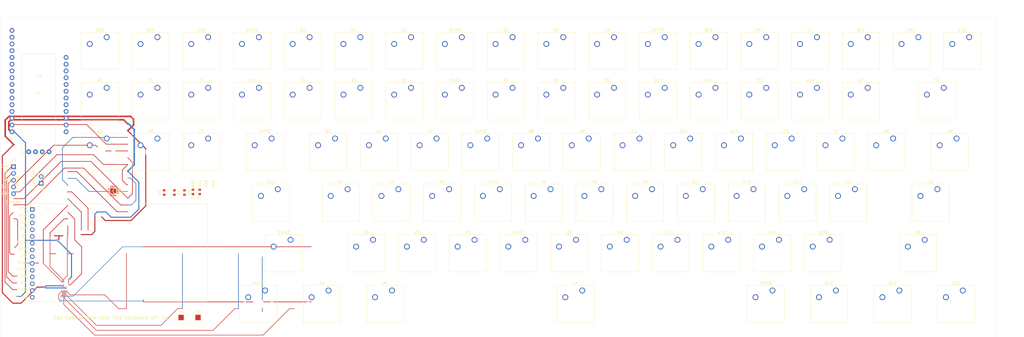
<source format=kicad_pcb>
(kicad_pcb (version 20171130) (host pcbnew "(5.1.9-0-10_14)")
  (layers (0 F.Cu signal hide) (31 B.Cu signal hide) (34 B.Paste user) (35 F.Paste user) (36 B.SilkS user) (37 F.SilkS user) (38 B.Mask user) (39 F.Mask user) (44 Edge.Cuts user))
  (net 0 "")
  (net 1 "Net-(U2-Pad6)")
  (net 2 ROW0)
  (net 3 COL3)
  (net 4 ROW1)
  (net 5 COL2)
  (net 6 COL1)
  (net 7 COL0)
  (net 8 T_IRQ)
  (net 9 MISO)
  (net 10 MOSI)
  (net 11 SCK)
  (net 12 D_CS)
  (net 13 T_CS)
  (net 14 3V3)
  (net 15 "Net-(J2-Pad1)")
  (net 16 "Net-(J2-Pad2)")
  (net 17 Enc_CLK)
  (net 18 Enc_DT)
  (net 19 Enc_SW)
  (net 20 "Net-(U5-Pad3)")
  (net 21 "Net-(U5-Pad5)")
  (net 22 "Net-(U5-Pad16)")
  (net 23 D_DC)
  (net 24 "Net-(U5-Pad26)")
  (net 25 "Net-(U5-Pad28)")
  (net 26 GND)
  (net 27 "Net-(U5-Pad6)")
  (net 28 RST)
  (net 29 I2C1_SCL)
  (net 30 I2C0_SCL)
  (net 31 I2C1_SDA)
  (net 32 I2C0_SDA)
  (net 33 "Net-(U2-Pad21)")
  (net 34 "Net-(U2-Pad19)")
  (net 35 "Net-(U2-Pad20)")
  (net 36 "Net-(U2-Pad2)")
  (net 37 "Net-(U2-Pad3)")
  (net 38 "Net-(U2-Pad4)")
  (net 39 "Net-(U2-Pad1)")
  (net 40 "Net-(U2-Pad5)")
  (net 41 "Net-(U2-Pad16)")
  (net 42 "Net-(U2-Pad13)")
  (net 43 "Net-(U2-Pad15)")
  (net 44 "Net-(U2-Pad14)")
  (net 45 "Net-(U5-Pad27)")
  (net 46 KBD_RST)
  (net 47 KBD_INT)
  (net 48 /Sheet60C95FD9/COL2)
  (net 49 /Sheet60C95FD9/COL1)
  (net 50 /Sheet60C95FD9/ROW1)
  (net 51 /Sheet60C95FD9/ROW3)
  (net 52 /Sheet60C95FD9/COL7)
  (net 53 /Sheet60C95FD9/ROW0)
  (net 54 /Sheet60C95FD9/ROW2)
  (net 55 /Sheet60C95FD9/ROW4)
  (net 56 /Sheet60C95FD9/COL10)
  (net 57 /Sheet60C95FD9/COL8)
  (module Button_Switch_Keyboard:SW_Cherry_MX_2.00u_PCB (layer F.Cu) (at 445.135 45.72)
    (fp_text reference S2 (at -2.54 -2.794) (layer F.SilkS))
    (fp_text value Delete)
    (pad "" np_thru_hole circle (at 9.36 -1.92) (size 3.05 3.05) (drill 3.05) (layers *.Cu *.Mask))
    (pad "" np_thru_hole circle (at -14.44 -1.92) (size 3.05 3.05) (drill 3.05) (layers *.Cu *.Mask))
    (pad "" np_thru_hole circle (at -14.44 13.32) (size 4 4) (drill 4) (layers *.Cu *.Mask))
    (pad "" np_thru_hole circle (at 9.36 13.32) (size 4 4) (drill 4) (layers *.Cu *.Mask))
    (pad "" np_thru_hole circle (at 2.54 5.08) (size 1.7 1.7) (drill 1.7) (layers *.Cu *.Mask))
    (pad "" np_thru_hole circle (at -7.62 5.08) (size 1.7 1.7) (drill 1.7) (layers *.Cu *.Mask))
    (pad "" np_thru_hole circle (at -2.54 5.08) (size 4 4) (drill 4) (layers *.Cu *.Mask))
    (pad 2 thru_hole circle (at -6.35 2.54) (size 2.2 2.2) (drill 1.5) (layers *.Cu *.Mask) (net 49 /Sheet60C95FD9/COL1))
    (pad 1 thru_hole circle (at 0 0) (size 2.2 2.2) (drill 1.5) (layers *.Cu *.Mask) (net 48 /Sheet60C95FD9/COL2))
  )
  (module Button_Switch_Keyboard:SW_Cherry_MX_1.50u_PCB (layer F.Cu) (at 449.9356 64.77)
    (fp_text reference W6 (at -2.54 -2.794) (layer F.SilkS))
    (fp_text value "\\ |")
    (pad "" np_thru_hole circle (at 2.54 5.08) (size 1.7 1.7) (drill 1.7) (layers *.Cu *.Mask))
    (pad "" np_thru_hole circle (at -7.62 5.08) (size 1.7 1.7) (drill 1.7) (layers *.Cu *.Mask))
    (pad "" np_thru_hole circle (at -2.54 5.08) (size 4 4) (drill 4) (layers *.Cu *.Mask))
    (pad 2 thru_hole circle (at -6.35 2.54) (size 2.2 2.2) (drill 1.5) (layers *.Cu *.Mask) (net 48 /Sheet60C95FD9/COL2))
    (pad 1 thru_hole circle (at 0 0) (size 2.2 2.2) (drill 1.5) (layers *.Cu *.Mask) (net 48 /Sheet60C95FD9/COL2))
  )
  (module Button_Switch_Keyboard:SW_Cherry_MX_1.50u_PCB (layer F.Cu) (at 192.7352 64.77)
    (fp_text reference Shift2 (at -2.54 -2.794) (layer F.SilkS))
    (fp_text value Tab)
    (pad "" np_thru_hole circle (at 2.54 5.08) (size 1.7 1.7) (drill 1.7) (layers *.Cu *.Mask))
    (pad "" np_thru_hole circle (at -7.62 5.08) (size 1.7 1.7) (drill 1.7) (layers *.Cu *.Mask))
    (pad "" np_thru_hole circle (at -2.54 5.08) (size 4 4) (drill 4) (layers *.Cu *.Mask))
    (pad 2 thru_hole circle (at -6.35 2.54) (size 2.2 2.2) (drill 1.5) (layers *.Cu *.Mask) (net 7 COL0))
    (pad 1 thru_hole circle (at 0 0) (size 2.2 2.2) (drill 1.5) (layers *.Cu *.Mask) (net 54 /Sheet60C95FD9/ROW2))
  )
  (module Button_Switch_Keyboard:SW_Cherry_MX_1.75u_PCB (layer F.Cu) (at 195.072 83.82)
    (fp_text reference Ctrl2 (at -2.54 -2.794) (layer F.SilkS))
    (fp_text value Caps)
    (pad "" np_thru_hole circle (at 2.54 5.08) (size 1.7 1.7) (drill 1.7) (layers *.Cu *.Mask))
    (pad "" np_thru_hole circle (at -7.62 5.08) (size 1.7 1.7) (drill 1.7) (layers *.Cu *.Mask))
    (pad "" np_thru_hole circle (at -2.54 5.08) (size 4 4) (drill 4) (layers *.Cu *.Mask))
    (pad 2 thru_hole circle (at -6.35 2.54) (size 2.2 2.2) (drill 1.5) (layers *.Cu *.Mask) (net 7 COL0))
    (pad 1 thru_hole circle (at 0 0) (size 2.2 2.2) (drill 1.5) (layers *.Cu *.Mask) (net 51 /Sheet60C95FD9/ROW3))
  )
  (module Button_Switch_Keyboard:SW_Cherry_MX_2.25u_PCB (layer F.Cu) (at 442.722 83.82)
    (fp_text reference E6 (at -2.54 -2.794) (layer F.SilkS))
    (fp_text value Enter)
    (pad "" np_thru_hole circle (at 9.36 -1.92) (size 3.05 3.05) (drill 3.05) (layers *.Cu *.Mask))
    (pad "" np_thru_hole circle (at -14.44 -1.92) (size 3.05 3.05) (drill 3.05) (layers *.Cu *.Mask))
    (pad "" np_thru_hole circle (at -14.44 13.32) (size 4 4) (drill 4) (layers *.Cu *.Mask))
    (pad "" np_thru_hole circle (at 9.36 13.32) (size 4 4) (drill 4) (layers *.Cu *.Mask))
    (pad "" np_thru_hole circle (at 2.54 5.08) (size 1.7 1.7) (drill 1.7) (layers *.Cu *.Mask))
    (pad "" np_thru_hole circle (at -7.62 5.08) (size 1.7 1.7) (drill 1.7) (layers *.Cu *.Mask))
    (pad "" np_thru_hole circle (at -2.54 5.08) (size 4 4) (drill 4) (layers *.Cu *.Mask))
    (pad 2 thru_hole circle (at -6.35 2.54) (size 2.2 2.2) (drill 1.5) (layers *.Cu *.Mask) (net 48 /Sheet60C95FD9/COL2))
    (pad 1 thru_hole circle (at 0 0) (size 2.2 2.2) (drill 1.5) (layers *.Cu *.Mask) (net 48 /Sheet60C95FD9/COL2))
  )
  (module Button_Switch_Keyboard:SW_Cherry_MX_2.75u_PCB (layer F.Cu) (at 437.9976 102.87)
    (fp_text reference E8 (at -2.54 -2.794) (layer F.SilkS))
    (fp_text value "Right Shift")
    (pad "" np_thru_hole circle (at 9.36 -1.92) (size 3.05 3.05) (drill 3.05) (layers *.Cu *.Mask))
    (pad "" np_thru_hole circle (at -14.44 -1.92) (size 3.05 3.05) (drill 3.05) (layers *.Cu *.Mask))
    (pad "" np_thru_hole circle (at -14.44 13.32) (size 4 4) (drill 4) (layers *.Cu *.Mask))
    (pad "" np_thru_hole circle (at 9.36 13.32) (size 4 4) (drill 4) (layers *.Cu *.Mask))
    (pad "" np_thru_hole circle (at 2.54 5.08) (size 1.7 1.7) (drill 1.7) (layers *.Cu *.Mask))
    (pad "" np_thru_hole circle (at -7.62 5.08) (size 1.7 1.7) (drill 1.7) (layers *.Cu *.Mask))
    (pad "" np_thru_hole circle (at -2.54 5.08) (size 4 4) (drill 4) (layers *.Cu *.Mask))
    (pad 2 thru_hole circle (at -6.35 2.54) (size 2.2 2.2) (drill 1.5) (layers *.Cu *.Mask) (net 48 /Sheet60C95FD9/COL2))
    (pad 1 thru_hole circle (at 0 0) (size 2.2 2.2) (drill 1.5) (layers *.Cu *.Mask) (net 48 /Sheet60C95FD9/COL2))
  )
  (module Button_Switch_Keyboard:SW_Cherry_MX_2.25u_PCB (layer F.Cu) (at 199.8472 102.87)
    (fp_text reference Shift3 (at -2.54 -2.794) (layer F.SilkS))
    (fp_text value "Left Shift")
    (pad "" np_thru_hole circle (at 9.36 -1.92) (size 3.05 3.05) (drill 3.05) (layers *.Cu *.Mask))
    (pad "" np_thru_hole circle (at -14.44 -1.92) (size 3.05 3.05) (drill 3.05) (layers *.Cu *.Mask))
    (pad "" np_thru_hole circle (at -14.44 13.32) (size 4 4) (drill 4) (layers *.Cu *.Mask))
    (pad "" np_thru_hole circle (at 9.36 13.32) (size 4 4) (drill 4) (layers *.Cu *.Mask))
    (pad "" np_thru_hole circle (at 2.54 5.08) (size 1.7 1.7) (drill 1.7) (layers *.Cu *.Mask))
    (pad "" np_thru_hole circle (at -7.62 5.08) (size 1.7 1.7) (drill 1.7) (layers *.Cu *.Mask))
    (pad "" np_thru_hole circle (at -2.54 5.08) (size 4 4) (drill 4) (layers *.Cu *.Mask))
    (pad 2 thru_hole circle (at -6.35 2.54) (size 2.2 2.2) (drill 1.5) (layers *.Cu *.Mask) (net 7 COL0))
    (pad 1 thru_hole circle (at 0 0) (size 2.2 2.2) (drill 1.5) (layers *.Cu *.Mask) (net 55 /Sheet60C95FD9/ROW4))
  )
  (module Button_Switch_Keyboard:SW_Cherry_MX_1.25u_PCB (layer F.Cu) (at 380.7968 121.92)
    (fp_text reference Shift8 (at -2.54 -2.794) (layer F.SilkS))
    (fp_text value "Right Alt")
    (pad "" np_thru_hole circle (at 2.54 5.08) (size 1.7 1.7) (drill 1.7) (layers *.Cu *.Mask))
    (pad "" np_thru_hole circle (at -7.62 5.08) (size 1.7 1.7) (drill 1.7) (layers *.Cu *.Mask))
    (pad "" np_thru_hole circle (at -2.54 5.08) (size 4 4) (drill 4) (layers *.Cu *.Mask))
    (pad 2 thru_hole circle (at -6.35 2.54) (size 2.2 2.2) (drill 1.5) (layers *.Cu *.Mask) (net 48 /Sheet60C95FD9/COL2))
    (pad 1 thru_hole circle (at 0 0) (size 2.2 2.2) (drill 1.5) (layers *.Cu *.Mask) (net 48 /Sheet60C95FD9/COL2))
  )
  (module Button_Switch_Keyboard:SW_Cherry_MX_1.25u_PCB (layer F.Cu) (at 404.622 121.92)
    (fp_text reference Q10 (at -2.54 -2.794) (layer F.SilkS))
    (fp_text value Windows)
    (pad "" np_thru_hole circle (at 2.54 5.08) (size 1.7 1.7) (drill 1.7) (layers *.Cu *.Mask))
    (pad "" np_thru_hole circle (at -7.62 5.08) (size 1.7 1.7) (drill 1.7) (layers *.Cu *.Mask))
    (pad "" np_thru_hole circle (at -2.54 5.08) (size 4 4) (drill 4) (layers *.Cu *.Mask))
    (pad 2 thru_hole circle (at -6.35 2.54) (size 2.2 2.2) (drill 1.5) (layers *.Cu *.Mask) (net 48 /Sheet60C95FD9/COL2))
    (pad 1 thru_hole circle (at 0 0) (size 2.2 2.2) (drill 1.5) (layers *.Cu *.Mask) (net 48 /Sheet60C95FD9/COL2))
  )
  (module Button_Switch_Keyboard:SW_Cherry_MX_1.25u_PCB (layer F.Cu) (at 428.4472 121.92)
    (fp_text reference W10 (at -2.54 -2.794) (layer F.SilkS))
    (fp_text value FN)
    (pad "" np_thru_hole circle (at 2.54 5.08) (size 1.7 1.7) (drill 1.7) (layers *.Cu *.Mask))
    (pad "" np_thru_hole circle (at -7.62 5.08) (size 1.7 1.7) (drill 1.7) (layers *.Cu *.Mask))
    (pad "" np_thru_hole circle (at -2.54 5.08) (size 4 4) (drill 4) (layers *.Cu *.Mask))
    (pad 2 thru_hole circle (at -6.35 2.54) (size 2.2 2.2) (drill 1.5) (layers *.Cu *.Mask) (net 48 /Sheet60C95FD9/COL2))
    (pad 1 thru_hole circle (at 0 0) (size 2.2 2.2) (drill 1.5) (layers *.Cu *.Mask) (net 48 /Sheet60C95FD9/COL2))
  )
  (module Button_Switch_Keyboard:SW_Cherry_MX_1.25u_PCB (layer F.Cu) (at 452.2724 121.92)
    (fp_text reference E12 (at -2.54 -2.794) (layer F.SilkS))
    (fp_text value "Right Control")
    (pad "" np_thru_hole circle (at 2.54 5.08) (size 1.7 1.7) (drill 1.7) (layers *.Cu *.Mask))
    (pad "" np_thru_hole circle (at -7.62 5.08) (size 1.7 1.7) (drill 1.7) (layers *.Cu *.Mask))
    (pad "" np_thru_hole circle (at -2.54 5.08) (size 4 4) (drill 4) (layers *.Cu *.Mask))
    (pad 2 thru_hole circle (at -6.35 2.54) (size 2.2 2.2) (drill 1.5) (layers *.Cu *.Mask) (net 52 /Sheet60C95FD9/COL7))
    (pad 1 thru_hole circle (at 0 0) (size 2.2 2.2) (drill 1.5) (layers *.Cu *.Mask) (net 48 /Sheet60C95FD9/COL2))
  )
  (module Button_Switch_Keyboard:SW_Cherry_MX_1.25u_PCB (layer F.Cu) (at 237.9472 121.92)
    (fp_text reference W4 (at -2.54 -2.794) (layer F.SilkS))
    (fp_text value "Left Alt")
    (pad "" np_thru_hole circle (at 2.54 5.08) (size 1.7 1.7) (drill 1.7) (layers *.Cu *.Mask))
    (pad "" np_thru_hole circle (at -7.62 5.08) (size 1.7 1.7) (drill 1.7) (layers *.Cu *.Mask))
    (pad "" np_thru_hole circle (at -2.54 5.08) (size 4 4) (drill 4) (layers *.Cu *.Mask))
    (pad 2 thru_hole circle (at -6.35 2.54) (size 2.2 2.2) (drill 1.5) (layers *.Cu *.Mask) (net 48 /Sheet60C95FD9/COL2))
    (pad 1 thru_hole circle (at 0 0) (size 2.2 2.2) (drill 1.5) (layers *.Cu *.Mask) (net 48 /Sheet60C95FD9/COL2))
  )
  (module Button_Switch_Keyboard:SW_Cherry_MX_1.25u_PCB (layer F.Cu) (at 214.122 121.92)
    (fp_text reference Q4 (at -2.54 -2.794) (layer F.SilkS))
    (fp_text value "Windows ")
    (pad "" np_thru_hole circle (at 2.54 5.08) (size 1.7 1.7) (drill 1.7) (layers *.Cu *.Mask))
    (pad "" np_thru_hole circle (at -7.62 5.08) (size 1.7 1.7) (drill 1.7) (layers *.Cu *.Mask))
    (pad "" np_thru_hole circle (at -2.54 5.08) (size 4 4) (drill 4) (layers *.Cu *.Mask))
    (pad 2 thru_hole circle (at -6.35 2.54) (size 2.2 2.2) (drill 1.5) (layers *.Cu *.Mask) (net 49 /Sheet60C95FD9/COL1))
    (pad 1 thru_hole circle (at 0 0) (size 2.2 2.2) (drill 1.5) (layers *.Cu *.Mask) (net 48 /Sheet60C95FD9/COL2))
  )
  (module Button_Switch_Keyboard:SW_Cherry_MX_1.25u_PCB (layer F.Cu) (at 190.2968 121.92)
    (fp_text reference Shift4 (at -2.54 -2.794) (layer F.SilkS))
    (fp_text value Control)
    (pad "" np_thru_hole circle (at 2.54 5.08) (size 1.7 1.7) (drill 1.7) (layers *.Cu *.Mask))
    (pad "" np_thru_hole circle (at -7.62 5.08) (size 1.7 1.7) (drill 1.7) (layers *.Cu *.Mask))
    (pad "" np_thru_hole circle (at -2.54 5.08) (size 4 4) (drill 4) (layers *.Cu *.Mask))
    (pad 2 thru_hole circle (at -6.35 2.54) (size 2.2 2.2) (drill 1.5) (layers *.Cu *.Mask) (net 7 COL0))
    (pad 1 thru_hole circle (at 0 0) (size 2.2 2.2) (drill 1.5) (layers *.Cu *.Mask) (net 48 /Sheet60C95FD9/COL2))
  )
  (module Button_Switch_Keyboard:SW_Cherry_MX_6.25u_PCB (layer F.Cu) (at 309.372 121.92)
    (fp_text reference E4 (at -2.54 -2.794) (layer F.SilkS))
    (fp_text value Space)
    (pad "" np_thru_hole circle (at 47.46 -1.92) (size 3.05 3.05) (drill 3.05) (layers *.Cu *.Mask))
    (pad "" np_thru_hole circle (at -52.54 -1.92) (size 3.05 3.05) (drill 3.05) (layers *.Cu *.Mask))
    (pad "" np_thru_hole circle (at -52.54 13.32) (size 4 4) (drill 4) (layers *.Cu *.Mask))
    (pad "" np_thru_hole circle (at 47.46 13.32) (size 4 4) (drill 4) (layers *.Cu *.Mask))
    (pad "" np_thru_hole circle (at 2.54 5.08) (size 1.7 1.7) (drill 1.7) (layers *.Cu *.Mask))
    (pad "" np_thru_hole circle (at -7.62 5.08) (size 1.7 1.7) (drill 1.7) (layers *.Cu *.Mask))
    (pad "" np_thru_hole circle (at -2.54 5.08) (size 4 4) (drill 4) (layers *.Cu *.Mask))
    (pad 2 thru_hole circle (at -6.35 2.54) (size 2.2 2.2) (drill 1.5) (layers *.Cu *.Mask) (net 48 /Sheet60C95FD9/COL2))
    (pad 1 thru_hole circle (at 0 0) (size 2.2 2.2) (drill 1.5) (layers *.Cu *.Mask) (net 48 /Sheet60C95FD9/COL2))
  )
  (module Button_Switch_Keyboard:SW_Cherry_MX_1.00u_PCB (layer F.Cu) (at 411.7848 83.82)
    (fp_text reference E12 (at -2.54 -2.794) (layer F.SilkS))
    (fp_text value "\" '")
    (pad 1 thru_hole circle (at 0 0) (size 2.2 2.2) (drill 1.5) (layers *.Cu *.Mask) (net 48 /Sheet60C95FD9/COL2))
    (pad 2 thru_hole circle (at -6.35 2.54) (size 2.2 2.2) (drill 1.5) (layers *.Cu *.Mask) (net 52 /Sheet60C95FD9/COL7))
    (pad "" np_thru_hole circle (at -2.54 5.08) (size 4 4) (drill 4) (layers *.Cu *.Mask))
    (pad "" np_thru_hole circle (at -7.62 5.08) (size 1.7 1.7) (drill 1.7) (layers *.Cu *.Mask))
    (pad "" np_thru_hole circle (at 2.54 5.08) (size 1.7 1.7) (drill 1.7) (layers *.Cu *.Mask))
  )
  (module Button_Switch_Keyboard:SW_Cherry_MX_1.00u_PCB (layer F.Cu) (at 397.51 45.72)
    (fp_text reference W19 (at -2.54 -2.794) (layer F.SilkS))
    (fp_text value "- _")
    (pad "" np_thru_hole circle (at 2.54 5.08) (size 1.7 1.7) (drill 1.7) (layers *.Cu *.Mask))
    (pad "" np_thru_hole circle (at -7.62 5.08) (size 1.7 1.7) (drill 1.7) (layers *.Cu *.Mask))
    (pad "" np_thru_hole circle (at -2.54 5.08) (size 4 4) (drill 4) (layers *.Cu *.Mask))
    (pad 2 thru_hole circle (at -6.35 2.54) (size 2.2 2.2) (drill 1.5) (layers *.Cu *.Mask) (net 56 /Sheet60C95FD9/COL10))
    (pad 1 thru_hole circle (at 0 0) (size 2.2 2.2) (drill 1.5) (layers *.Cu *.Mask) (net 48 /Sheet60C95FD9/COL2))
  )
  (module Button_Switch_Keyboard:SW_Cherry_MX_1.00u_PCB (layer F.Cu) (at 402.2852 102.87)
    (fp_text reference W18 (at -2.54 -2.794) (layer F.SilkS))
    (fp_text value "/ ?")
    (pad "" np_thru_hole circle (at 2.54 5.08) (size 1.7 1.7) (drill 1.7) (layers *.Cu *.Mask))
    (pad "" np_thru_hole circle (at -7.62 5.08) (size 1.7 1.7) (drill 1.7) (layers *.Cu *.Mask))
    (pad "" np_thru_hole circle (at -2.54 5.08) (size 4 4) (drill 4) (layers *.Cu *.Mask))
    (pad 2 thru_hole circle (at -6.35 2.54) (size 2.2 2.2) (drill 1.5) (layers *.Cu *.Mask) (net 56 /Sheet60C95FD9/COL10))
    (pad 1 thru_hole circle (at 0 0) (size 2.2 2.2) (drill 1.5) (layers *.Cu *.Mask) (net 55 /Sheet60C95FD9/ROW4))
  )
  (module Button_Switch_Keyboard:SW_Cherry_MX_1.00u_PCB (layer F.Cu) (at 378.46 26.67)
    (fp_text reference W17 (at -2.54 -2.794) (layer F.SilkS))
    (fp_text value F10)
    (pad "" np_thru_hole circle (at 2.54 5.08) (size 1.7 1.7) (drill 1.7) (layers *.Cu *.Mask))
    (pad "" np_thru_hole circle (at -7.62 5.08) (size 1.7 1.7) (drill 1.7) (layers *.Cu *.Mask))
    (pad "" np_thru_hole circle (at -2.54 5.08) (size 4 4) (drill 4) (layers *.Cu *.Mask))
    (pad 2 thru_hole circle (at -6.35 2.54) (size 2.2 2.2) (drill 1.5) (layers *.Cu *.Mask) (net 56 /Sheet60C95FD9/COL10))
    (pad 1 thru_hole circle (at 0 0) (size 2.2 2.2) (drill 1.5) (layers *.Cu *.Mask) (net 53 /Sheet60C95FD9/ROW0))
  )
  (module Button_Switch_Keyboard:SW_Cherry_MX_1.00u_PCB (layer F.Cu) (at 149.86 26.67)
    (fp_text reference W16 (at -2.54 -2.794) (layer F.SilkS))
    (fp_text value Insert/Delete)
    (pad "" np_thru_hole circle (at 2.54 5.08) (size 1.7 1.7) (drill 1.7) (layers *.Cu *.Mask))
    (pad "" np_thru_hole circle (at -7.62 5.08) (size 1.7 1.7) (drill 1.7) (layers *.Cu *.Mask))
    (pad "" np_thru_hole circle (at -2.54 5.08) (size 4 4) (drill 4) (layers *.Cu *.Mask))
    (pad 2 thru_hole circle (at -6.35 2.54) (size 2.2 2.2) (drill 1.5) (layers *.Cu *.Mask) (net 48 /Sheet60C95FD9/COL2))
    (pad 1 thru_hole circle (at 0 0) (size 2.2 2.2) (drill 1.5) (layers *.Cu *.Mask) (net 48 /Sheet60C95FD9/COL2))
  )
  (module Button_Switch_Keyboard:SW_Cherry_MX_1.00u_PCB (layer F.Cu) (at 373.6848 83.82)
    (fp_text reference W15 (at -2.54 -2.794) (layer F.SilkS))
    (fp_text value L)
    (pad "" np_thru_hole circle (at 2.54 5.08) (size 1.7 1.7) (drill 1.7) (layers *.Cu *.Mask))
    (pad "" np_thru_hole circle (at -7.62 5.08) (size 1.7 1.7) (drill 1.7) (layers *.Cu *.Mask))
    (pad "" np_thru_hole circle (at -2.54 5.08) (size 4 4) (drill 4) (layers *.Cu *.Mask))
    (pad 2 thru_hole circle (at -6.35 2.54) (size 2.2 2.2) (drill 1.5) (layers *.Cu *.Mask) (net 48 /Sheet60C95FD9/COL2))
    (pad 1 thru_hole circle (at 0 0) (size 2.2 2.2) (drill 1.5) (layers *.Cu *.Mask) (net 51 /Sheet60C95FD9/ROW3))
  )
  (module Button_Switch_Keyboard:SW_Cherry_MX_1.00u_PCB (layer F.Cu) (at 368.9604 64.77)
    (fp_text reference W14 (at -2.54 -2.794) (layer F.SilkS))
    (fp_text value O)
    (pad "" np_thru_hole circle (at 2.54 5.08) (size 1.7 1.7) (drill 1.7) (layers *.Cu *.Mask))
    (pad "" np_thru_hole circle (at -7.62 5.08) (size 1.7 1.7) (drill 1.7) (layers *.Cu *.Mask))
    (pad "" np_thru_hole circle (at -2.54 5.08) (size 4 4) (drill 4) (layers *.Cu *.Mask))
    (pad 2 thru_hole circle (at -6.35 2.54) (size 2.2 2.2) (drill 1.5) (layers *.Cu *.Mask) (net 48 /Sheet60C95FD9/COL2))
    (pad 1 thru_hole circle (at 0 0) (size 2.2 2.2) (drill 1.5) (layers *.Cu *.Mask) (net 54 /Sheet60C95FD9/ROW2))
  )
  (module Button_Switch_Keyboard:SW_Cherry_MX_1.00u_PCB (layer F.Cu) (at 359.41 45.72)
    (fp_text reference W13 (at -2.54 -2.794) (layer F.SilkS))
    (fp_text value "9 (")
    (pad "" np_thru_hole circle (at 2.54 5.08) (size 1.7 1.7) (drill 1.7) (layers *.Cu *.Mask))
    (pad "" np_thru_hole circle (at -7.62 5.08) (size 1.7 1.7) (drill 1.7) (layers *.Cu *.Mask))
    (pad "" np_thru_hole circle (at -2.54 5.08) (size 4 4) (drill 4) (layers *.Cu *.Mask))
    (pad 2 thru_hole circle (at -6.35 2.54) (size 2.2 2.2) (drill 1.5) (layers *.Cu *.Mask) (net 48 /Sheet60C95FD9/COL2))
    (pad 1 thru_hole circle (at 0 0) (size 2.2 2.2) (drill 1.5) (layers *.Cu *.Mask) (net 50 /Sheet60C95FD9/ROW1))
  )
  (module Button_Switch_Keyboard:SW_Cherry_MX_1.00u_PCB (layer F.Cu) (at 364.1852 102.87)
    (fp_text reference W12 (at -2.54 -2.794) (layer F.SilkS))
    (fp_text value ", <")
    (pad "" np_thru_hole circle (at 2.54 5.08) (size 1.7 1.7) (drill 1.7) (layers *.Cu *.Mask))
    (pad "" np_thru_hole circle (at -7.62 5.08) (size 1.7 1.7) (drill 1.7) (layers *.Cu *.Mask))
    (pad "" np_thru_hole circle (at -2.54 5.08) (size 4 4) (drill 4) (layers *.Cu *.Mask))
    (pad 2 thru_hole circle (at -6.35 2.54) (size 2.2 2.2) (drill 1.5) (layers *.Cu *.Mask) (net 48 /Sheet60C95FD9/COL2))
    (pad 1 thru_hole circle (at 0 0) (size 2.2 2.2) (drill 1.5) (layers *.Cu *.Mask) (net 55 /Sheet60C95FD9/ROW4))
  )
  (module Button_Switch_Keyboard:SW_Cherry_MX_1.00u_PCB (layer F.Cu) (at 435.61 26.67)
    (fp_text reference W11 (at -2.54 -2.794) (layer F.SilkS))
    (fp_text value "Print Screen")
    (pad "" np_thru_hole circle (at 2.54 5.08) (size 1.7 1.7) (drill 1.7) (layers *.Cu *.Mask))
    (pad "" np_thru_hole circle (at -7.62 5.08) (size 1.7 1.7) (drill 1.7) (layers *.Cu *.Mask))
    (pad "" np_thru_hole circle (at -2.54 5.08) (size 4 4) (drill 4) (layers *.Cu *.Mask))
    (pad 2 thru_hole circle (at -6.35 2.54) (size 2.2 2.2) (drill 1.5) (layers *.Cu *.Mask) (net 57 /Sheet60C95FD9/COL8))
    (pad 1 thru_hole circle (at 0 0) (size 2.2 2.2) (drill 1.5) (layers *.Cu *.Mask) (net 48 /Sheet60C95FD9/COL2))
  )
  (module Button_Switch_Keyboard:SW_Cherry_MX_1.00u_PCB (layer F.Cu) (at 326.0852 102.87)
    (fp_text reference W9 (at -2.54 -2.794) (layer F.SilkS))
    (fp_text value N)
    (pad "" np_thru_hole circle (at 2.54 5.08) (size 1.7 1.7) (drill 1.7) (layers *.Cu *.Mask))
    (pad "" np_thru_hole circle (at -7.62 5.08) (size 1.7 1.7) (drill 1.7) (layers *.Cu *.Mask))
    (pad "" np_thru_hole circle (at -2.54 5.08) (size 4 4) (drill 4) (layers *.Cu *.Mask))
    (pad 2 thru_hole circle (at -6.35 2.54) (size 2.2 2.2) (drill 1.5) (layers *.Cu *.Mask) (net 48 /Sheet60C95FD9/COL2))
    (pad 1 thru_hole circle (at 0 0) (size 2.2 2.2) (drill 1.5) (layers *.Cu *.Mask) (net 55 /Sheet60C95FD9/ROW4))
  )
  (module Button_Switch_Keyboard:SW_Cherry_MX_1.00u_PCB (layer F.Cu) (at 311.8104 64.77)
    (fp_text reference W8 (at -2.54 -2.794) (layer F.SilkS))
    (fp_text value Y)
    (pad "" np_thru_hole circle (at 2.54 5.08) (size 1.7 1.7) (drill 1.7) (layers *.Cu *.Mask))
    (pad "" np_thru_hole circle (at -7.62 5.08) (size 1.7 1.7) (drill 1.7) (layers *.Cu *.Mask))
    (pad "" np_thru_hole circle (at -2.54 5.08) (size 4 4) (drill 4) (layers *.Cu *.Mask))
    (pad 2 thru_hole circle (at -6.35 2.54) (size 2.2 2.2) (drill 1.5) (layers *.Cu *.Mask) (net 48 /Sheet60C95FD9/COL2))
    (pad 1 thru_hole circle (at 0 0) (size 2.2 2.2) (drill 1.5) (layers *.Cu *.Mask) (net 54 /Sheet60C95FD9/ROW2))
  )
  (module Button_Switch_Keyboard:SW_Cherry_MX_1.00u_PCB (layer F.Cu) (at 302.26 26.67)
    (fp_text reference W7 (at -2.54 -2.794) (layer F.SilkS))
    (fp_text value F6)
    (pad "" np_thru_hole circle (at 2.54 5.08) (size 1.7 1.7) (drill 1.7) (layers *.Cu *.Mask))
    (pad "" np_thru_hole circle (at -7.62 5.08) (size 1.7 1.7) (drill 1.7) (layers *.Cu *.Mask))
    (pad "" np_thru_hole circle (at -2.54 5.08) (size 4 4) (drill 4) (layers *.Cu *.Mask))
    (pad 2 thru_hole circle (at -6.35 2.54) (size 2.2 2.2) (drill 1.5) (layers *.Cu *.Mask) (net 48 /Sheet60C95FD9/COL2))
    (pad 1 thru_hole circle (at 0 0) (size 2.2 2.2) (drill 1.5) (layers *.Cu *.Mask) (net 53 /Sheet60C95FD9/ROW0))
  )
  (module Button_Switch_Keyboard:SW_Cherry_MX_1.00u_PCB (layer F.Cu) (at 149.86 64.77)
    (fp_text reference W5 (at -2.54 -2.794) (layer F.SilkS))
    (fp_text value DOWN)
    (pad "" np_thru_hole circle (at 2.54 5.08) (size 1.7 1.7) (drill 1.7) (layers *.Cu *.Mask))
    (pad "" np_thru_hole circle (at -7.62 5.08) (size 1.7 1.7) (drill 1.7) (layers *.Cu *.Mask))
    (pad "" np_thru_hole circle (at -2.54 5.08) (size 4 4) (drill 4) (layers *.Cu *.Mask))
    (pad 2 thru_hole circle (at -6.35 2.54) (size 2.2 2.2) (drill 1.5) (layers *.Cu *.Mask) (net 48 /Sheet60C95FD9/COL2))
    (pad 1 thru_hole circle (at 0 0) (size 2.2 2.2) (drill 1.5) (layers *.Cu *.Mask) (net 48 /Sheet60C95FD9/COL2))
  )
  (module Button_Switch_Keyboard:SW_Cherry_MX_1.00u_PCB (layer F.Cu) (at 249.8852 102.87)
    (fp_text reference W3 (at -2.54 -2.794) (layer F.SilkS))
    (fp_text value X)
    (pad "" np_thru_hole circle (at 2.54 5.08) (size 1.7 1.7) (drill 1.7) (layers *.Cu *.Mask))
    (pad "" np_thru_hole circle (at -7.62 5.08) (size 1.7 1.7) (drill 1.7) (layers *.Cu *.Mask))
    (pad "" np_thru_hole circle (at -2.54 5.08) (size 4 4) (drill 4) (layers *.Cu *.Mask))
    (pad 2 thru_hole circle (at -6.35 2.54) (size 2.2 2.2) (drill 1.5) (layers *.Cu *.Mask) (net 48 /Sheet60C95FD9/COL2))
    (pad 1 thru_hole circle (at 0 0) (size 2.2 2.2) (drill 1.5) (layers *.Cu *.Mask) (net 55 /Sheet60C95FD9/ROW4))
  )
  (module Button_Switch_Keyboard:SW_Cherry_MX_1.00u_PCB (layer F.Cu) (at 235.6104 64.77)
    (fp_text reference W2 (at -2.54 -2.794) (layer F.SilkS))
    (fp_text value W)
    (pad "" np_thru_hole circle (at 2.54 5.08) (size 1.7 1.7) (drill 1.7) (layers *.Cu *.Mask))
    (pad "" np_thru_hole circle (at -7.62 5.08) (size 1.7 1.7) (drill 1.7) (layers *.Cu *.Mask))
    (pad "" np_thru_hole circle (at -2.54 5.08) (size 4 4) (drill 4) (layers *.Cu *.Mask))
    (pad 2 thru_hole circle (at -6.35 2.54) (size 2.2 2.2) (drill 1.5) (layers *.Cu *.Mask) (net 48 /Sheet60C95FD9/COL2))
    (pad 1 thru_hole circle (at 0 0) (size 2.2 2.2) (drill 1.5) (layers *.Cu *.Mask) (net 54 /Sheet60C95FD9/ROW2))
  )
  (module Button_Switch_Keyboard:SW_Cherry_MX_1.00u_PCB (layer F.Cu) (at 226.06 26.67)
    (fp_text reference W1 (at -2.54 -2.794) (layer F.SilkS))
    (fp_text value F2)
    (pad "" np_thru_hole circle (at 2.54 5.08) (size 1.7 1.7) (drill 1.7) (layers *.Cu *.Mask))
    (pad "" np_thru_hole circle (at -7.62 5.08) (size 1.7 1.7) (drill 1.7) (layers *.Cu *.Mask))
    (pad "" np_thru_hole circle (at -2.54 5.08) (size 4 4) (drill 4) (layers *.Cu *.Mask))
    (pad 2 thru_hole circle (at -6.35 2.54) (size 2.2 2.2) (drill 1.5) (layers *.Cu *.Mask) (net 48 /Sheet60C95FD9/COL2))
    (pad 1 thru_hole circle (at 0 0) (size 2.2 2.2) (drill 1.5) (layers *.Cu *.Mask) (net 53 /Sheet60C95FD9/ROW0))
  )
  (module Button_Switch_Keyboard:SW_Cherry_MX_1.00u_PCB (layer F.Cu) (at 340.36 26.67)
    (fp_text reference Shift9 (at -2.54 -2.794) (layer F.SilkS))
    (fp_text value F8)
    (pad "" np_thru_hole circle (at 2.54 5.08) (size 1.7 1.7) (drill 1.7) (layers *.Cu *.Mask))
    (pad "" np_thru_hole circle (at -7.62 5.08) (size 1.7 1.7) (drill 1.7) (layers *.Cu *.Mask))
    (pad "" np_thru_hole circle (at -2.54 5.08) (size 4 4) (drill 4) (layers *.Cu *.Mask))
    (pad 2 thru_hole circle (at -6.35 2.54) (size 2.2 2.2) (drill 1.5) (layers *.Cu *.Mask) (net 48 /Sheet60C95FD9/COL2))
    (pad 1 thru_hole circle (at 0 0) (size 2.2 2.2) (drill 1.5) (layers *.Cu *.Mask) (net 53 /Sheet60C95FD9/ROW0))
  )
  (module Button_Switch_Keyboard:SW_Cherry_MX_1.00u_PCB (layer F.Cu) (at 287.9852 102.87)
    (fp_text reference Shift7 (at -2.54 -2.794) (layer F.SilkS))
    (fp_text value V)
    (pad "" np_thru_hole circle (at 2.54 5.08) (size 1.7 1.7) (drill 1.7) (layers *.Cu *.Mask))
    (pad "" np_thru_hole circle (at -7.62 5.08) (size 1.7 1.7) (drill 1.7) (layers *.Cu *.Mask))
    (pad "" np_thru_hole circle (at -2.54 5.08) (size 4 4) (drill 4) (layers *.Cu *.Mask))
    (pad 2 thru_hole circle (at -6.35 2.54) (size 2.2 2.2) (drill 1.5) (layers *.Cu *.Mask) (net 48 /Sheet60C95FD9/COL2))
    (pad 1 thru_hole circle (at 0 0) (size 2.2 2.2) (drill 1.5) (layers *.Cu *.Mask) (net 55 /Sheet60C95FD9/ROW4))
  )
  (module Button_Switch_Keyboard:SW_Cherry_MX_1.00u_PCB (layer F.Cu) (at 273.7104 64.77)
    (fp_text reference Shift6 (at -2.54 -2.794) (layer F.SilkS))
    (fp_text value R)
    (pad "" np_thru_hole circle (at 2.54 5.08) (size 1.7 1.7) (drill 1.7) (layers *.Cu *.Mask))
    (pad "" np_thru_hole circle (at -7.62 5.08) (size 1.7 1.7) (drill 1.7) (layers *.Cu *.Mask))
    (pad "" np_thru_hole circle (at -2.54 5.08) (size 4 4) (drill 4) (layers *.Cu *.Mask))
    (pad 2 thru_hole circle (at -6.35 2.54) (size 2.2 2.2) (drill 1.5) (layers *.Cu *.Mask) (net 48 /Sheet60C95FD9/COL2))
    (pad 1 thru_hole circle (at 0 0) (size 2.2 2.2) (drill 1.5) (layers *.Cu *.Mask) (net 54 /Sheet60C95FD9/ROW2))
  )
  (module Button_Switch_Keyboard:SW_Cherry_MX_1.00u_PCB (layer F.Cu) (at 264.16 26.67)
    (fp_text reference Shift5 (at -2.54 -2.794) (layer F.SilkS))
    (fp_text value F4)
    (pad "" np_thru_hole circle (at 2.54 5.08) (size 1.7 1.7) (drill 1.7) (layers *.Cu *.Mask))
    (pad "" np_thru_hole circle (at -7.62 5.08) (size 1.7 1.7) (drill 1.7) (layers *.Cu *.Mask))
    (pad "" np_thru_hole circle (at -2.54 5.08) (size 4 4) (drill 4) (layers *.Cu *.Mask))
    (pad 2 thru_hole circle (at -6.35 2.54) (size 2.2 2.2) (drill 1.5) (layers *.Cu *.Mask) (net 48 /Sheet60C95FD9/COL2))
    (pad 1 thru_hole circle (at 0 0) (size 2.2 2.2) (drill 1.5) (layers *.Cu *.Mask) (net 53 /Sheet60C95FD9/ROW0))
  )
  (module Button_Switch_Keyboard:SW_Cherry_MX_1.00u_PCB (layer F.Cu) (at 187.96 26.67)
    (fp_text reference Shift1 (at -2.54 -2.794) (layer F.SilkS))
    (fp_text value Escape)
    (pad "" np_thru_hole circle (at 2.54 5.08) (size 1.7 1.7) (drill 1.7) (layers *.Cu *.Mask))
    (pad "" np_thru_hole circle (at -7.62 5.08) (size 1.7 1.7) (drill 1.7) (layers *.Cu *.Mask))
    (pad "" np_thru_hole circle (at -2.54 5.08) (size 4 4) (drill 4) (layers *.Cu *.Mask))
    (pad 2 thru_hole circle (at -6.35 2.54) (size 2.2 2.2) (drill 1.5) (layers *.Cu *.Mask) (net 7 COL0))
    (pad 1 thru_hole circle (at 0 0) (size 2.2 2.2) (drill 1.5) (layers *.Cu *.Mask) (net 53 /Sheet60C95FD9/ROW0))
  )
  (module Button_Switch_Keyboard:SW_Cherry_MX_1.00u_PCB (layer F.Cu) (at 316.5348 83.82)
    (fp_text reference S6 (at -2.54 -2.794) (layer F.SilkS))
    (fp_text value H)
    (pad "" np_thru_hole circle (at 2.54 5.08) (size 1.7 1.7) (drill 1.7) (layers *.Cu *.Mask))
    (pad "" np_thru_hole circle (at -7.62 5.08) (size 1.7 1.7) (drill 1.7) (layers *.Cu *.Mask))
    (pad "" np_thru_hole circle (at -2.54 5.08) (size 4 4) (drill 4) (layers *.Cu *.Mask))
    (pad 2 thru_hole circle (at -6.35 2.54) (size 2.2 2.2) (drill 1.5) (layers *.Cu *.Mask) (net 48 /Sheet60C95FD9/COL2))
    (pad 1 thru_hole circle (at 0 0) (size 2.2 2.2) (drill 1.5) (layers *.Cu *.Mask) (net 51 /Sheet60C95FD9/ROW3))
  )
  (module Button_Switch_Keyboard:SW_Cherry_MX_1.00u_PCB (layer F.Cu) (at 302.26 45.72)
    (fp_text reference S5 (at -2.54 -2.794) (layer F.SilkS))
    (fp_text value "6 ^")
    (pad "" np_thru_hole circle (at 2.54 5.08) (size 1.7 1.7) (drill 1.7) (layers *.Cu *.Mask))
    (pad "" np_thru_hole circle (at -7.62 5.08) (size 1.7 1.7) (drill 1.7) (layers *.Cu *.Mask))
    (pad "" np_thru_hole circle (at -2.54 5.08) (size 4 4) (drill 4) (layers *.Cu *.Mask))
    (pad 2 thru_hole circle (at -6.35 2.54) (size 2.2 2.2) (drill 1.5) (layers *.Cu *.Mask) (net 48 /Sheet60C95FD9/COL2))
    (pad 1 thru_hole circle (at 0 0) (size 2.2 2.2) (drill 1.5) (layers *.Cu *.Mask) (net 50 /Sheet60C95FD9/ROW1))
  )
  (module Button_Switch_Keyboard:SW_Cherry_MX_1.00u_PCB (layer F.Cu) (at 240.3348 83.82)
    (fp_text reference S4 (at -2.54 -2.794) (layer F.SilkS))
    (fp_text value S)
    (pad "" np_thru_hole circle (at 2.54 5.08) (size 1.7 1.7) (drill 1.7) (layers *.Cu *.Mask))
    (pad "" np_thru_hole circle (at -7.62 5.08) (size 1.7 1.7) (drill 1.7) (layers *.Cu *.Mask))
    (pad "" np_thru_hole circle (at -2.54 5.08) (size 4 4) (drill 4) (layers *.Cu *.Mask))
    (pad 2 thru_hole circle (at -6.35 2.54) (size 2.2 2.2) (drill 1.5) (layers *.Cu *.Mask) (net 48 /Sheet60C95FD9/COL2))
    (pad 1 thru_hole circle (at 0 0) (size 2.2 2.2) (drill 1.5) (layers *.Cu *.Mask) (net 51 /Sheet60C95FD9/ROW3))
  )
  (module Button_Switch_Keyboard:SW_Cherry_MX_1.00u_PCB (layer F.Cu) (at 226.06 45.72)
    (fp_text reference S3 (at -2.54 -2.794) (layer F.SilkS))
    (fp_text value "2 @")
    (pad "" np_thru_hole circle (at 2.54 5.08) (size 1.7 1.7) (drill 1.7) (layers *.Cu *.Mask))
    (pad "" np_thru_hole circle (at -7.62 5.08) (size 1.7 1.7) (drill 1.7) (layers *.Cu *.Mask))
    (pad "" np_thru_hole circle (at -2.54 5.08) (size 4 4) (drill 4) (layers *.Cu *.Mask))
    (pad 2 thru_hole circle (at -6.35 2.54) (size 2.2 2.2) (drill 1.5) (layers *.Cu *.Mask) (net 48 /Sheet60C95FD9/COL2))
    (pad 1 thru_hole circle (at 0 0) (size 2.2 2.2) (drill 1.5) (layers *.Cu *.Mask) (net 50 /Sheet60C95FD9/ROW1))
  )
  (module Button_Switch_Keyboard:SW_Cherry_MX_1.00u_PCB (layer F.Cu) (at 149.86 45.72)
    (fp_text reference S1 (at -2.54 -2.794) (layer F.SilkS))
    (fp_text value UP)
    (pad "" np_thru_hole circle (at 2.54 5.08) (size 1.7 1.7) (drill 1.7) (layers *.Cu *.Mask))
    (pad "" np_thru_hole circle (at -7.62 5.08) (size 1.7 1.7) (drill 1.7) (layers *.Cu *.Mask))
    (pad "" np_thru_hole circle (at -2.54 5.08) (size 4 4) (drill 4) (layers *.Cu *.Mask))
    (pad 2 thru_hole circle (at -6.35 2.54) (size 2.2 2.2) (drill 1.5) (layers *.Cu *.Mask) (net 49 /Sheet60C95FD9/COL1))
    (pad 1 thru_hole circle (at 0 0) (size 2.2 2.2) (drill 1.5) (layers *.Cu *.Mask) (net 48 /Sheet60C95FD9/COL2))
  )
  (module Button_Switch_Keyboard:SW_Cherry_MX_1.00u_PCB (layer F.Cu) (at 359.41 26.67)
    (fp_text reference Q16 (at -2.54 -2.794) (layer F.SilkS))
    (fp_text value F9)
    (pad "" np_thru_hole circle (at 2.54 5.08) (size 1.7 1.7) (drill 1.7) (layers *.Cu *.Mask))
    (pad "" np_thru_hole circle (at -7.62 5.08) (size 1.7 1.7) (drill 1.7) (layers *.Cu *.Mask))
    (pad "" np_thru_hole circle (at -2.54 5.08) (size 4 4) (drill 4) (layers *.Cu *.Mask))
    (pad 2 thru_hole circle (at -6.35 2.54) (size 2.2 2.2) (drill 1.5) (layers *.Cu *.Mask) (net 48 /Sheet60C95FD9/COL2))
    (pad 1 thru_hole circle (at 0 0) (size 2.2 2.2) (drill 1.5) (layers *.Cu *.Mask) (net 53 /Sheet60C95FD9/ROW0))
  )
  (module Button_Switch_Keyboard:SW_Cherry_MX_1.00u_PCB (layer F.Cu) (at 130.81 26.67)
    (fp_text reference Q15 (at -2.54 -2.794) (layer F.SilkS))
    (fp_text value Home/Pause)
    (pad "" np_thru_hole circle (at 2.54 5.08) (size 1.7 1.7) (drill 1.7) (layers *.Cu *.Mask))
    (pad "" np_thru_hole circle (at -7.62 5.08) (size 1.7 1.7) (drill 1.7) (layers *.Cu *.Mask))
    (pad "" np_thru_hole circle (at -2.54 5.08) (size 4 4) (drill 4) (layers *.Cu *.Mask))
    (pad 2 thru_hole circle (at -6.35 2.54) (size 2.2 2.2) (drill 1.5) (layers *.Cu *.Mask) (net 48 /Sheet60C95FD9/COL2))
    (pad 1 thru_hole circle (at 0 0) (size 2.2 2.2) (drill 1.5) (layers *.Cu *.Mask) (net 48 /Sheet60C95FD9/COL2))
  )
  (module Button_Switch_Keyboard:SW_Cherry_MX_1.00u_PCB (layer F.Cu) (at 354.6348 83.82)
    (fp_text reference Q14 (at -2.54 -2.794) (layer F.SilkS))
    (fp_text value K)
    (pad "" np_thru_hole circle (at 2.54 5.08) (size 1.7 1.7) (drill 1.7) (layers *.Cu *.Mask))
    (pad "" np_thru_hole circle (at -7.62 5.08) (size 1.7 1.7) (drill 1.7) (layers *.Cu *.Mask))
    (pad "" np_thru_hole circle (at -2.54 5.08) (size 4 4) (drill 4) (layers *.Cu *.Mask))
    (pad 2 thru_hole circle (at -6.35 2.54) (size 2.2 2.2) (drill 1.5) (layers *.Cu *.Mask) (net 48 /Sheet60C95FD9/COL2))
    (pad 1 thru_hole circle (at 0 0) (size 2.2 2.2) (drill 1.5) (layers *.Cu *.Mask) (net 51 /Sheet60C95FD9/ROW3))
  )
  (module Button_Switch_Keyboard:SW_Cherry_MX_1.00u_PCB (layer F.Cu) (at 349.9104 64.77)
    (fp_text reference Q13 (at -2.54 -2.794) (layer F.SilkS))
    (fp_text value I)
    (pad "" np_thru_hole circle (at 2.54 5.08) (size 1.7 1.7) (drill 1.7) (layers *.Cu *.Mask))
    (pad "" np_thru_hole circle (at -7.62 5.08) (size 1.7 1.7) (drill 1.7) (layers *.Cu *.Mask))
    (pad "" np_thru_hole circle (at -2.54 5.08) (size 4 4) (drill 4) (layers *.Cu *.Mask))
    (pad 2 thru_hole circle (at -6.35 2.54) (size 2.2 2.2) (drill 1.5) (layers *.Cu *.Mask) (net 48 /Sheet60C95FD9/COL2))
    (pad 1 thru_hole circle (at 0 0) (size 2.2 2.2) (drill 1.5) (layers *.Cu *.Mask) (net 54 /Sheet60C95FD9/ROW2))
  )
  (module Button_Switch_Keyboard:SW_Cherry_MX_1.00u_PCB (layer F.Cu) (at 340.36 45.72)
    (fp_text reference Q12 (at -2.54 -2.794) (layer F.SilkS))
    (fp_text value "8 *")
    (pad "" np_thru_hole circle (at 2.54 5.08) (size 1.7 1.7) (drill 1.7) (layers *.Cu *.Mask))
    (pad "" np_thru_hole circle (at -7.62 5.08) (size 1.7 1.7) (drill 1.7) (layers *.Cu *.Mask))
    (pad "" np_thru_hole circle (at -2.54 5.08) (size 4 4) (drill 4) (layers *.Cu *.Mask))
    (pad 2 thru_hole circle (at -6.35 2.54) (size 2.2 2.2) (drill 1.5) (layers *.Cu *.Mask) (net 48 /Sheet60C95FD9/COL2))
    (pad 1 thru_hole circle (at 0 0) (size 2.2 2.2) (drill 1.5) (layers *.Cu *.Mask) (net 50 /Sheet60C95FD9/ROW1))
  )
  (module Button_Switch_Keyboard:SW_Cherry_MX_1.00u_PCB (layer F.Cu) (at 416.56 26.67)
    (fp_text reference Q11 (at -2.54 -2.794) (layer F.SilkS))
    (fp_text value F12)
    (pad "" np_thru_hole circle (at 2.54 5.08) (size 1.7 1.7) (drill 1.7) (layers *.Cu *.Mask))
    (pad "" np_thru_hole circle (at -7.62 5.08) (size 1.7 1.7) (drill 1.7) (layers *.Cu *.Mask))
    (pad "" np_thru_hole circle (at -2.54 5.08) (size 4 4) (drill 4) (layers *.Cu *.Mask))
    (pad 2 thru_hole circle (at -6.35 2.54) (size 2.2 2.2) (drill 1.5) (layers *.Cu *.Mask) (net 52 /Sheet60C95FD9/COL7))
    (pad 1 thru_hole circle (at 0 0) (size 2.2 2.2) (drill 1.5) (layers *.Cu *.Mask) (net 48 /Sheet60C95FD9/COL2))
  )
  (module Button_Switch_Keyboard:SW_Cherry_MX_1.00u_PCB (layer F.Cu) (at 307.0352 102.87)
    (fp_text reference Q9 (at -2.54 -2.794) (layer F.SilkS))
    (fp_text value B)
    (pad "" np_thru_hole circle (at 2.54 5.08) (size 1.7 1.7) (drill 1.7) (layers *.Cu *.Mask))
    (pad "" np_thru_hole circle (at -7.62 5.08) (size 1.7 1.7) (drill 1.7) (layers *.Cu *.Mask))
    (pad "" np_thru_hole circle (at -2.54 5.08) (size 4 4) (drill 4) (layers *.Cu *.Mask))
    (pad 2 thru_hole circle (at -6.35 2.54) (size 2.2 2.2) (drill 1.5) (layers *.Cu *.Mask) (net 48 /Sheet60C95FD9/COL2))
    (pad 1 thru_hole circle (at 0 0) (size 2.2 2.2) (drill 1.5) (layers *.Cu *.Mask) (net 55 /Sheet60C95FD9/ROW4))
  )
  (module Button_Switch_Keyboard:SW_Cherry_MX_1.00u_PCB (layer F.Cu) (at 292.7604 64.77)
    (fp_text reference Q8 (at -2.54 -2.794) (layer F.SilkS))
    (fp_text value T)
    (pad "" np_thru_hole circle (at 2.54 5.08) (size 1.7 1.7) (drill 1.7) (layers *.Cu *.Mask))
    (pad "" np_thru_hole circle (at -7.62 5.08) (size 1.7 1.7) (drill 1.7) (layers *.Cu *.Mask))
    (pad "" np_thru_hole circle (at -2.54 5.08) (size 4 4) (drill 4) (layers *.Cu *.Mask))
    (pad 2 thru_hole circle (at -6.35 2.54) (size 2.2 2.2) (drill 1.5) (layers *.Cu *.Mask) (net 48 /Sheet60C95FD9/COL2))
    (pad 1 thru_hole circle (at 0 0) (size 2.2 2.2) (drill 1.5) (layers *.Cu *.Mask) (net 54 /Sheet60C95FD9/ROW2))
  )
  (module Button_Switch_Keyboard:SW_Cherry_MX_1.00u_PCB (layer F.Cu) (at 283.21 26.67)
    (fp_text reference Q7 (at -2.54 -2.794) (layer F.SilkS))
    (fp_text value F5)
    (pad "" np_thru_hole circle (at 2.54 5.08) (size 1.7 1.7) (drill 1.7) (layers *.Cu *.Mask))
    (pad "" np_thru_hole circle (at -7.62 5.08) (size 1.7 1.7) (drill 1.7) (layers *.Cu *.Mask))
    (pad "" np_thru_hole circle (at -2.54 5.08) (size 4 4) (drill 4) (layers *.Cu *.Mask))
    (pad 2 thru_hole circle (at -6.35 2.54) (size 2.2 2.2) (drill 1.5) (layers *.Cu *.Mask) (net 48 /Sheet60C95FD9/COL2))
    (pad 1 thru_hole circle (at 0 0) (size 2.2 2.2) (drill 1.5) (layers *.Cu *.Mask) (net 53 /Sheet60C95FD9/ROW0))
  )
  (module Button_Switch_Keyboard:SW_Cherry_MX_1.00u_PCB (layer F.Cu) (at 426.1104 64.77)
    (fp_text reference Q6 (at -2.54 -2.794) (layer F.SilkS))
    (fp_text value "] }")
    (pad "" np_thru_hole circle (at 2.54 5.08) (size 1.7 1.7) (drill 1.7) (layers *.Cu *.Mask))
    (pad "" np_thru_hole circle (at -7.62 5.08) (size 1.7 1.7) (drill 1.7) (layers *.Cu *.Mask))
    (pad "" np_thru_hole circle (at -2.54 5.08) (size 4 4) (drill 4) (layers *.Cu *.Mask))
    (pad 2 thru_hole circle (at -6.35 2.54) (size 2.2 2.2) (drill 1.5) (layers *.Cu *.Mask) (net 48 /Sheet60C95FD9/COL2))
    (pad 1 thru_hole circle (at 0 0) (size 2.2 2.2) (drill 1.5) (layers *.Cu *.Mask) (net 48 /Sheet60C95FD9/COL2))
  )
  (module Button_Switch_Keyboard:SW_Cherry_MX_1.00u_PCB (layer F.Cu) (at 130.81 64.77)
    (fp_text reference Q5 (at -2.54 -2.794) (layer F.SilkS))
    (fp_text value LEFT)
    (pad "" np_thru_hole circle (at 2.54 5.08) (size 1.7 1.7) (drill 1.7) (layers *.Cu *.Mask))
    (pad "" np_thru_hole circle (at -7.62 5.08) (size 1.7 1.7) (drill 1.7) (layers *.Cu *.Mask))
    (pad "" np_thru_hole circle (at -2.54 5.08) (size 4 4) (drill 4) (layers *.Cu *.Mask))
    (pad 2 thru_hole circle (at -6.35 2.54) (size 2.2 2.2) (drill 1.5) (layers *.Cu *.Mask) (net 48 /Sheet60C95FD9/COL2))
    (pad 1 thru_hole circle (at 0 0) (size 2.2 2.2) (drill 1.5) (layers *.Cu *.Mask) (net 48 /Sheet60C95FD9/COL2))
  )
  (module Button_Switch_Keyboard:SW_Cherry_MX_1.00u_PCB (layer F.Cu) (at 230.8352 102.87)
    (fp_text reference Q3 (at -2.54 -2.794) (layer F.SilkS))
    (fp_text value Z)
    (pad "" np_thru_hole circle (at 2.54 5.08) (size 1.7 1.7) (drill 1.7) (layers *.Cu *.Mask))
    (pad "" np_thru_hole circle (at -7.62 5.08) (size 1.7 1.7) (drill 1.7) (layers *.Cu *.Mask))
    (pad "" np_thru_hole circle (at -2.54 5.08) (size 4 4) (drill 4) (layers *.Cu *.Mask))
    (pad 2 thru_hole circle (at -6.35 2.54) (size 2.2 2.2) (drill 1.5) (layers *.Cu *.Mask) (net 49 /Sheet60C95FD9/COL1))
    (pad 1 thru_hole circle (at 0 0) (size 2.2 2.2) (drill 1.5) (layers *.Cu *.Mask) (net 55 /Sheet60C95FD9/ROW4))
  )
  (module Button_Switch_Keyboard:SW_Cherry_MX_1.00u_PCB (layer F.Cu) (at 216.5604 64.77)
    (fp_text reference Q2 (at -2.54 -2.794) (layer F.SilkS))
    (fp_text value Q)
    (pad "" np_thru_hole circle (at 2.54 5.08) (size 1.7 1.7) (drill 1.7) (layers *.Cu *.Mask))
    (pad "" np_thru_hole circle (at -7.62 5.08) (size 1.7 1.7) (drill 1.7) (layers *.Cu *.Mask))
    (pad "" np_thru_hole circle (at -2.54 5.08) (size 4 4) (drill 4) (layers *.Cu *.Mask))
    (pad 2 thru_hole circle (at -6.35 2.54) (size 2.2 2.2) (drill 1.5) (layers *.Cu *.Mask) (net 49 /Sheet60C95FD9/COL1))
    (pad 1 thru_hole circle (at 0 0) (size 2.2 2.2) (drill 1.5) (layers *.Cu *.Mask) (net 54 /Sheet60C95FD9/ROW2))
  )
  (module Button_Switch_Keyboard:SW_Cherry_MX_1.00u_PCB (layer F.Cu) (at 207.01 26.67)
    (fp_text reference Q1 (at -2.54 -2.794) (layer F.SilkS))
    (fp_text value F1)
    (pad "" np_thru_hole circle (at 2.54 5.08) (size 1.7 1.7) (drill 1.7) (layers *.Cu *.Mask))
    (pad "" np_thru_hole circle (at -7.62 5.08) (size 1.7 1.7) (drill 1.7) (layers *.Cu *.Mask))
    (pad "" np_thru_hole circle (at -2.54 5.08) (size 4 4) (drill 4) (layers *.Cu *.Mask))
    (pad 2 thru_hole circle (at -6.35 2.54) (size 2.2 2.2) (drill 1.5) (layers *.Cu *.Mask) (net 49 /Sheet60C95FD9/COL1))
    (pad 1 thru_hole circle (at 0 0) (size 2.2 2.2) (drill 1.5) (layers *.Cu *.Mask) (net 53 /Sheet60C95FD9/ROW0))
  )
  (module Button_Switch_Keyboard:SW_Cherry_MX_1.00u_PCB (layer F.Cu) (at 168.91 26.67)
    (fp_text reference E18 (at -2.54 -2.794) (layer F.SilkS))
    (fp_text value "Page UP")
    (pad "" np_thru_hole circle (at 2.54 5.08) (size 1.7 1.7) (drill 1.7) (layers *.Cu *.Mask))
    (pad "" np_thru_hole circle (at -7.62 5.08) (size 1.7 1.7) (drill 1.7) (layers *.Cu *.Mask))
    (pad "" np_thru_hole circle (at -2.54 5.08) (size 4 4) (drill 4) (layers *.Cu *.Mask))
    (pad 2 thru_hole circle (at -6.35 2.54) (size 2.2 2.2) (drill 1.5) (layers *.Cu *.Mask) (net 56 /Sheet60C95FD9/COL10))
    (pad 1 thru_hole circle (at 0 0) (size 2.2 2.2) (drill 1.5) (layers *.Cu *.Mask) (net 48 /Sheet60C95FD9/COL2))
  )
  (module Button_Switch_Keyboard:SW_Cherry_MX_1.00u_PCB (layer F.Cu) (at 392.7348 83.82)
    (fp_text reference E17 (at -2.54 -2.794) (layer F.SilkS))
    (fp_text value "; :")
    (pad "" np_thru_hole circle (at 2.54 5.08) (size 1.7 1.7) (drill 1.7) (layers *.Cu *.Mask))
    (pad "" np_thru_hole circle (at -7.62 5.08) (size 1.7 1.7) (drill 1.7) (layers *.Cu *.Mask))
    (pad "" np_thru_hole circle (at -2.54 5.08) (size 4 4) (drill 4) (layers *.Cu *.Mask))
    (pad 2 thru_hole circle (at -6.35 2.54) (size 2.2 2.2) (drill 1.5) (layers *.Cu *.Mask) (net 56 /Sheet60C95FD9/COL10))
    (pad 1 thru_hole circle (at 0 0) (size 2.2 2.2) (drill 1.5) (layers *.Cu *.Mask) (net 51 /Sheet60C95FD9/ROW3))
  )
  (module Button_Switch_Keyboard:SW_Cherry_MX_1.00u_PCB (layer F.Cu) (at 388.0104 64.77)
    (fp_text reference E16 (at -2.54 -2.794) (layer F.SilkS))
    (fp_text value P)
    (pad "" np_thru_hole circle (at 2.54 5.08) (size 1.7 1.7) (drill 1.7) (layers *.Cu *.Mask))
    (pad "" np_thru_hole circle (at -7.62 5.08) (size 1.7 1.7) (drill 1.7) (layers *.Cu *.Mask))
    (pad "" np_thru_hole circle (at -2.54 5.08) (size 4 4) (drill 4) (layers *.Cu *.Mask))
    (pad 2 thru_hole circle (at -6.35 2.54) (size 2.2 2.2) (drill 1.5) (layers *.Cu *.Mask) (net 56 /Sheet60C95FD9/COL10))
    (pad 1 thru_hole circle (at 0 0) (size 2.2 2.2) (drill 1.5) (layers *.Cu *.Mask) (net 54 /Sheet60C95FD9/ROW2))
  )
  (module Button_Switch_Keyboard:SW_Cherry_MX_1.00u_PCB (layer F.Cu) (at 378.46 45.72)
    (fp_text reference E15 (at -2.54 -2.794) (layer F.SilkS))
    (fp_text value "0 )")
    (pad "" np_thru_hole circle (at 2.54 5.08) (size 1.7 1.7) (drill 1.7) (layers *.Cu *.Mask))
    (pad "" np_thru_hole circle (at -7.62 5.08) (size 1.7 1.7) (drill 1.7) (layers *.Cu *.Mask))
    (pad "" np_thru_hole circle (at -2.54 5.08) (size 4 4) (drill 4) (layers *.Cu *.Mask))
    (pad 2 thru_hole circle (at -6.35 2.54) (size 2.2 2.2) (drill 1.5) (layers *.Cu *.Mask) (net 56 /Sheet60C95FD9/COL10))
    (pad 1 thru_hole circle (at 0 0) (size 2.2 2.2) (drill 1.5) (layers *.Cu *.Mask) (net 50 /Sheet60C95FD9/ROW1))
  )
  (module Button_Switch_Keyboard:SW_Cherry_MX_1.00u_PCB (layer F.Cu) (at 383.2352 102.87)
    (fp_text reference E14 (at -2.54 -2.794) (layer F.SilkS))
    (fp_text value ". >")
    (pad "" np_thru_hole circle (at 2.54 5.08) (size 1.7 1.7) (drill 1.7) (layers *.Cu *.Mask))
    (pad "" np_thru_hole circle (at -7.62 5.08) (size 1.7 1.7) (drill 1.7) (layers *.Cu *.Mask))
    (pad "" np_thru_hole circle (at -2.54 5.08) (size 4 4) (drill 4) (layers *.Cu *.Mask))
    (pad 2 thru_hole circle (at -6.35 2.54) (size 2.2 2.2) (drill 1.5) (layers *.Cu *.Mask) (net 48 /Sheet60C95FD9/COL2))
    (pad 1 thru_hole circle (at 0 0) (size 2.2 2.2) (drill 1.5) (layers *.Cu *.Mask) (net 55 /Sheet60C95FD9/ROW4))
  )
  (module Button_Switch_Keyboard:SW_Cherry_MX_1.00u_PCB (layer F.Cu) (at 454.66 26.67)
    (fp_text reference E13 (at -2.54 -2.794) (layer F.SilkS))
    (fp_text value "Num Lock")
    (pad "" np_thru_hole circle (at 2.54 5.08) (size 1.7 1.7) (drill 1.7) (layers *.Cu *.Mask))
    (pad "" np_thru_hole circle (at -7.62 5.08) (size 1.7 1.7) (drill 1.7) (layers *.Cu *.Mask))
    (pad "" np_thru_hole circle (at -2.54 5.08) (size 4 4) (drill 4) (layers *.Cu *.Mask))
    (pad 2 thru_hole circle (at -6.35 2.54) (size 2.2 2.2) (drill 1.5) (layers *.Cu *.Mask) (net 48 /Sheet60C95FD9/COL2))
    (pad 1 thru_hole circle (at 0 0) (size 2.2 2.2) (drill 1.5) (layers *.Cu *.Mask) (net 48 /Sheet60C95FD9/COL2))
  )
  (module Button_Switch_Keyboard:SW_Cherry_MX_1.00u_PCB (layer F.Cu) (at 345.1352 102.87)
    (fp_text reference E11 (at -2.54 -2.794) (layer F.SilkS))
    (fp_text value M)
    (pad "" np_thru_hole circle (at 2.54 5.08) (size 1.7 1.7) (drill 1.7) (layers *.Cu *.Mask))
    (pad "" np_thru_hole circle (at -7.62 5.08) (size 1.7 1.7) (drill 1.7) (layers *.Cu *.Mask))
    (pad "" np_thru_hole circle (at -2.54 5.08) (size 4 4) (drill 4) (layers *.Cu *.Mask))
    (pad 2 thru_hole circle (at -6.35 2.54) (size 2.2 2.2) (drill 1.5) (layers *.Cu *.Mask) (net 52 /Sheet60C95FD9/COL7))
    (pad 1 thru_hole circle (at 0 0) (size 2.2 2.2) (drill 1.5) (layers *.Cu *.Mask) (net 55 /Sheet60C95FD9/ROW4))
  )
  (module Button_Switch_Keyboard:SW_Cherry_MX_1.00u_PCB (layer F.Cu) (at 330.8604 64.77)
    (fp_text reference E10 (at -2.54 -2.794) (layer F.SilkS))
    (fp_text value U)
    (pad "" np_thru_hole circle (at 2.54 5.08) (size 1.7 1.7) (drill 1.7) (layers *.Cu *.Mask))
    (pad "" np_thru_hole circle (at -7.62 5.08) (size 1.7 1.7) (drill 1.7) (layers *.Cu *.Mask))
    (pad "" np_thru_hole circle (at -2.54 5.08) (size 4 4) (drill 4) (layers *.Cu *.Mask))
    (pad 2 thru_hole circle (at -6.35 2.54) (size 2.2 2.2) (drill 1.5) (layers *.Cu *.Mask) (net 52 /Sheet60C95FD9/COL7))
    (pad 1 thru_hole circle (at 0 0) (size 2.2 2.2) (drill 1.5) (layers *.Cu *.Mask) (net 54 /Sheet60C95FD9/ROW2))
  )
  (module Button_Switch_Keyboard:SW_Cherry_MX_1.00u_PCB (layer F.Cu) (at 321.31 26.67)
    (fp_text reference E9 (at -2.54 -2.794) (layer F.SilkS))
    (fp_text value F7)
    (pad "" np_thru_hole circle (at 2.54 5.08) (size 1.7 1.7) (drill 1.7) (layers *.Cu *.Mask))
    (pad "" np_thru_hole circle (at -7.62 5.08) (size 1.7 1.7) (drill 1.7) (layers *.Cu *.Mask))
    (pad "" np_thru_hole circle (at -2.54 5.08) (size 4 4) (drill 4) (layers *.Cu *.Mask))
    (pad 2 thru_hole circle (at -6.35 2.54) (size 2.2 2.2) (drill 1.5) (layers *.Cu *.Mask) (net 52 /Sheet60C95FD9/COL7))
    (pad 1 thru_hole circle (at 0 0) (size 2.2 2.2) (drill 1.5) (layers *.Cu *.Mask) (net 53 /Sheet60C95FD9/ROW0))
  )
  (module Button_Switch_Keyboard:SW_Cherry_MX_1.00u_PCB (layer F.Cu) (at 397.51 26.67)
    (fp_text reference E7 (at -2.54 -2.794) (layer F.SilkS))
    (fp_text value F11)
    (pad "" np_thru_hole circle (at 2.54 5.08) (size 1.7 1.7) (drill 1.7) (layers *.Cu *.Mask))
    (pad "" np_thru_hole circle (at -7.62 5.08) (size 1.7 1.7) (drill 1.7) (layers *.Cu *.Mask))
    (pad "" np_thru_hole circle (at -2.54 5.08) (size 4 4) (drill 4) (layers *.Cu *.Mask))
    (pad 2 thru_hole circle (at -6.35 2.54) (size 2.2 2.2) (drill 1.5) (layers *.Cu *.Mask) (net 48 /Sheet60C95FD9/COL2))
    (pad 1 thru_hole circle (at 0 0) (size 2.2 2.2) (drill 1.5) (layers *.Cu *.Mask) (net 48 /Sheet60C95FD9/COL2))
  )
  (module Button_Switch_Keyboard:SW_Cherry_MX_1.00u_PCB (layer F.Cu) (at 168.91 64.77)
    (fp_text reference E5 (at -2.54 -2.794) (layer F.SilkS))
    (fp_text value RIGHT)
    (pad "" np_thru_hole circle (at 2.54 5.08) (size 1.7 1.7) (drill 1.7) (layers *.Cu *.Mask))
    (pad "" np_thru_hole circle (at -7.62 5.08) (size 1.7 1.7) (drill 1.7) (layers *.Cu *.Mask))
    (pad "" np_thru_hole circle (at -2.54 5.08) (size 4 4) (drill 4) (layers *.Cu *.Mask))
    (pad 2 thru_hole circle (at -6.35 2.54) (size 2.2 2.2) (drill 1.5) (layers *.Cu *.Mask) (net 48 /Sheet60C95FD9/COL2))
    (pad 1 thru_hole circle (at 0 0) (size 2.2 2.2) (drill 1.5) (layers *.Cu *.Mask) (net 48 /Sheet60C95FD9/COL2))
  )
  (module Button_Switch_Keyboard:SW_Cherry_MX_1.00u_PCB (layer F.Cu) (at 268.9352 102.87)
    (fp_text reference E3 (at -2.54 -2.794) (layer F.SilkS))
    (fp_text value C)
    (pad "" np_thru_hole circle (at 2.54 5.08) (size 1.7 1.7) (drill 1.7) (layers *.Cu *.Mask))
    (pad "" np_thru_hole circle (at -7.62 5.08) (size 1.7 1.7) (drill 1.7) (layers *.Cu *.Mask))
    (pad "" np_thru_hole circle (at -2.54 5.08) (size 4 4) (drill 4) (layers *.Cu *.Mask))
    (pad 2 thru_hole circle (at -6.35 2.54) (size 2.2 2.2) (drill 1.5) (layers *.Cu *.Mask) (net 48 /Sheet60C95FD9/COL2))
    (pad 1 thru_hole circle (at 0 0) (size 2.2 2.2) (drill 1.5) (layers *.Cu *.Mask) (net 55 /Sheet60C95FD9/ROW4))
  )
  (module Button_Switch_Keyboard:SW_Cherry_MX_1.00u_PCB (layer F.Cu) (at 254.6604 64.77)
    (fp_text reference E2 (at -2.54 -2.794) (layer F.SilkS))
    (fp_text value E)
    (pad "" np_thru_hole circle (at 2.54 5.08) (size 1.7 1.7) (drill 1.7) (layers *.Cu *.Mask))
    (pad "" np_thru_hole circle (at -7.62 5.08) (size 1.7 1.7) (drill 1.7) (layers *.Cu *.Mask))
    (pad "" np_thru_hole circle (at -2.54 5.08) (size 4 4) (drill 4) (layers *.Cu *.Mask))
    (pad 2 thru_hole circle (at -6.35 2.54) (size 2.2 2.2) (drill 1.5) (layers *.Cu *.Mask) (net 48 /Sheet60C95FD9/COL2))
    (pad 1 thru_hole circle (at 0 0) (size 2.2 2.2) (drill 1.5) (layers *.Cu *.Mask) (net 54 /Sheet60C95FD9/ROW2))
  )
  (module Button_Switch_Keyboard:SW_Cherry_MX_1.00u_PCB (layer F.Cu) (at 245.11 26.67)
    (fp_text reference E1 (at -2.54 -2.794) (layer F.SilkS))
    (fp_text value F3)
    (pad "" np_thru_hole circle (at 2.54 5.08) (size 1.7 1.7) (drill 1.7) (layers *.Cu *.Mask))
    (pad "" np_thru_hole circle (at -7.62 5.08) (size 1.7 1.7) (drill 1.7) (layers *.Cu *.Mask))
    (pad "" np_thru_hole circle (at -2.54 5.08) (size 4 4) (drill 4) (layers *.Cu *.Mask))
    (pad 2 thru_hole circle (at -6.35 2.54) (size 2.2 2.2) (drill 1.5) (layers *.Cu *.Mask) (net 48 /Sheet60C95FD9/COL2))
    (pad 1 thru_hole circle (at 0 0) (size 2.2 2.2) (drill 1.5) (layers *.Cu *.Mask) (net 53 /Sheet60C95FD9/ROW0))
  )
  (module Button_Switch_Keyboard:SW_Cherry_MX_1.00u_PCB (layer F.Cu) (at 335.5848 83.82)
    (fp_text reference D6 (at -2.54 -2.794) (layer F.SilkS))
    (fp_text value J)
    (pad "" np_thru_hole circle (at 2.54 5.08) (size 1.7 1.7) (drill 1.7) (layers *.Cu *.Mask))
    (pad "" np_thru_hole circle (at -7.62 5.08) (size 1.7 1.7) (drill 1.7) (layers *.Cu *.Mask))
    (pad "" np_thru_hole circle (at -2.54 5.08) (size 4 4) (drill 4) (layers *.Cu *.Mask))
    (pad 2 thru_hole circle (at -6.35 2.54) (size 2.2 2.2) (drill 1.5) (layers *.Cu *.Mask) (net 52 /Sheet60C95FD9/COL7))
    (pad 1 thru_hole circle (at 0 0) (size 2.2 2.2) (drill 1.5) (layers *.Cu *.Mask) (net 51 /Sheet60C95FD9/ROW3))
  )
  (module Button_Switch_Keyboard:SW_Cherry_MX_1.00u_PCB (layer F.Cu) (at 321.31 45.72)
    (fp_text reference D5 (at -2.54 -2.794) (layer F.SilkS))
    (fp_text value "7 &")
    (pad "" np_thru_hole circle (at 2.54 5.08) (size 1.7 1.7) (drill 1.7) (layers *.Cu *.Mask))
    (pad "" np_thru_hole circle (at -7.62 5.08) (size 1.7 1.7) (drill 1.7) (layers *.Cu *.Mask))
    (pad "" np_thru_hole circle (at -2.54 5.08) (size 4 4) (drill 4) (layers *.Cu *.Mask))
    (pad 2 thru_hole circle (at -6.35 2.54) (size 2.2 2.2) (drill 1.5) (layers *.Cu *.Mask) (net 52 /Sheet60C95FD9/COL7))
    (pad 1 thru_hole circle (at 0 0) (size 2.2 2.2) (drill 1.5) (layers *.Cu *.Mask) (net 50 /Sheet60C95FD9/ROW1))
  )
  (module Button_Switch_Keyboard:SW_Cherry_MX_1.00u_PCB (layer F.Cu) (at 259.3848 83.82)
    (fp_text reference D4 (at -2.54 -2.794) (layer F.SilkS))
    (fp_text value D)
    (pad "" np_thru_hole circle (at 2.54 5.08) (size 1.7 1.7) (drill 1.7) (layers *.Cu *.Mask))
    (pad "" np_thru_hole circle (at -7.62 5.08) (size 1.7 1.7) (drill 1.7) (layers *.Cu *.Mask))
    (pad "" np_thru_hole circle (at -2.54 5.08) (size 4 4) (drill 4) (layers *.Cu *.Mask))
    (pad 2 thru_hole circle (at -6.35 2.54) (size 2.2 2.2) (drill 1.5) (layers *.Cu *.Mask) (net 48 /Sheet60C95FD9/COL2))
    (pad 1 thru_hole circle (at 0 0) (size 2.2 2.2) (drill 1.5) (layers *.Cu *.Mask) (net 51 /Sheet60C95FD9/ROW3))
  )
  (module Button_Switch_Keyboard:SW_Cherry_MX_1.00u_PCB (layer F.Cu) (at 245.11 45.72)
    (fp_text reference D3 (at -2.54 -2.794) (layer F.SilkS))
    (fp_text value "3 #")
    (pad "" np_thru_hole circle (at 2.54 5.08) (size 1.7 1.7) (drill 1.7) (layers *.Cu *.Mask))
    (pad "" np_thru_hole circle (at -7.62 5.08) (size 1.7 1.7) (drill 1.7) (layers *.Cu *.Mask))
    (pad "" np_thru_hole circle (at -2.54 5.08) (size 4 4) (drill 4) (layers *.Cu *.Mask))
    (pad 2 thru_hole circle (at -6.35 2.54) (size 2.2 2.2) (drill 1.5) (layers *.Cu *.Mask) (net 48 /Sheet60C95FD9/COL2))
    (pad 1 thru_hole circle (at 0 0) (size 2.2 2.2) (drill 1.5) (layers *.Cu *.Mask) (net 50 /Sheet60C95FD9/ROW1))
  )
  (module Button_Switch_Keyboard:SW_Cherry_MX_1.00u_PCB (layer F.Cu) (at 407.0604 64.77)
    (fp_text reference D2 (at -2.54 -2.794) (layer F.SilkS))
    (fp_text value "[ {")
    (pad "" np_thru_hole circle (at 2.54 5.08) (size 1.7 1.7) (drill 1.7) (layers *.Cu *.Mask))
    (pad "" np_thru_hole circle (at -7.62 5.08) (size 1.7 1.7) (drill 1.7) (layers *.Cu *.Mask))
    (pad "" np_thru_hole circle (at -2.54 5.08) (size 4 4) (drill 4) (layers *.Cu *.Mask))
    (pad 2 thru_hole circle (at -6.35 2.54) (size 2.2 2.2) (drill 1.5) (layers *.Cu *.Mask) (net 48 /Sheet60C95FD9/COL2))
    (pad 1 thru_hole circle (at 0 0) (size 2.2 2.2) (drill 1.5) (layers *.Cu *.Mask) (net 48 /Sheet60C95FD9/COL2))
  )
  (module Button_Switch_Keyboard:SW_Cherry_MX_1.00u_PCB (layer F.Cu) (at 168.91 45.72)
    (fp_text reference D1 (at -2.54 -2.794) (layer F.SilkS))
    (fp_text value "Page Down")
    (pad "" np_thru_hole circle (at 2.54 5.08) (size 1.7 1.7) (drill 1.7) (layers *.Cu *.Mask))
    (pad "" np_thru_hole circle (at -7.62 5.08) (size 1.7 1.7) (drill 1.7) (layers *.Cu *.Mask))
    (pad "" np_thru_hole circle (at -2.54 5.08) (size 4 4) (drill 4) (layers *.Cu *.Mask))
    (pad 2 thru_hole circle (at -6.35 2.54) (size 2.2 2.2) (drill 1.5) (layers *.Cu *.Mask) (net 48 /Sheet60C95FD9/COL2))
    (pad 1 thru_hole circle (at 0 0) (size 2.2 2.2) (drill 1.5) (layers *.Cu *.Mask) (net 48 /Sheet60C95FD9/COL2))
  )
  (module Button_Switch_Keyboard:SW_Cherry_MX_1.00u_PCB (layer F.Cu) (at 278.4348 83.82)
    (fp_text reference Ctrl4 (at -2.54 -2.794) (layer F.SilkS))
    (fp_text value F)
    (pad "" np_thru_hole circle (at 2.54 5.08) (size 1.7 1.7) (drill 1.7) (layers *.Cu *.Mask))
    (pad "" np_thru_hole circle (at -7.62 5.08) (size 1.7 1.7) (drill 1.7) (layers *.Cu *.Mask))
    (pad "" np_thru_hole circle (at -2.54 5.08) (size 4 4) (drill 4) (layers *.Cu *.Mask))
    (pad 2 thru_hole circle (at -6.35 2.54) (size 2.2 2.2) (drill 1.5) (layers *.Cu *.Mask) (net 48 /Sheet60C95FD9/COL2))
    (pad 1 thru_hole circle (at 0 0) (size 2.2 2.2) (drill 1.5) (layers *.Cu *.Mask) (net 51 /Sheet60C95FD9/ROW3))
  )
  (module Button_Switch_Keyboard:SW_Cherry_MX_1.00u_PCB (layer F.Cu) (at 264.16 45.72)
    (fp_text reference Ctrl3 (at -2.54 -2.794) (layer F.SilkS))
    (fp_text value "4 $")
    (pad "" np_thru_hole circle (at 2.54 5.08) (size 1.7 1.7) (drill 1.7) (layers *.Cu *.Mask))
    (pad "" np_thru_hole circle (at -7.62 5.08) (size 1.7 1.7) (drill 1.7) (layers *.Cu *.Mask))
    (pad "" np_thru_hole circle (at -2.54 5.08) (size 4 4) (drill 4) (layers *.Cu *.Mask))
    (pad 2 thru_hole circle (at -6.35 2.54) (size 2.2 2.2) (drill 1.5) (layers *.Cu *.Mask) (net 48 /Sheet60C95FD9/COL2))
    (pad 1 thru_hole circle (at 0 0) (size 2.2 2.2) (drill 1.5) (layers *.Cu *.Mask) (net 50 /Sheet60C95FD9/ROW1))
  )
  (module Button_Switch_Keyboard:SW_Cherry_MX_1.00u_PCB (layer F.Cu) (at 187.96 45.72)
    (fp_text reference Ctrl1 (at -2.54 -2.794) (layer F.SilkS))
    (fp_text value `)
    (pad "" np_thru_hole circle (at 2.54 5.08) (size 1.7 1.7) (drill 1.7) (layers *.Cu *.Mask))
    (pad "" np_thru_hole circle (at -7.62 5.08) (size 1.7 1.7) (drill 1.7) (layers *.Cu *.Mask))
    (pad "" np_thru_hole circle (at -2.54 5.08) (size 4 4) (drill 4) (layers *.Cu *.Mask))
    (pad 2 thru_hole circle (at -6.35 2.54) (size 2.2 2.2) (drill 1.5) (layers *.Cu *.Mask) (net 7 COL0))
    (pad 1 thru_hole circle (at 0 0) (size 2.2 2.2) (drill 1.5) (layers *.Cu *.Mask) (net 50 /Sheet60C95FD9/ROW1))
  )
  (module Button_Switch_Keyboard:SW_Cherry_MX_1.00u_PCB (layer F.Cu) (at 297.4848 83.82)
    (fp_text reference A6 (at -2.54 -2.794) (layer F.SilkS))
    (fp_text value G)
    (pad "" np_thru_hole circle (at 2.54 5.08) (size 1.7 1.7) (drill 1.7) (layers *.Cu *.Mask))
    (pad "" np_thru_hole circle (at -7.62 5.08) (size 1.7 1.7) (drill 1.7) (layers *.Cu *.Mask))
    (pad "" np_thru_hole circle (at -2.54 5.08) (size 4 4) (drill 4) (layers *.Cu *.Mask))
    (pad 2 thru_hole circle (at -6.35 2.54) (size 2.2 2.2) (drill 1.5) (layers *.Cu *.Mask) (net 48 /Sheet60C95FD9/COL2))
    (pad 1 thru_hole circle (at 0 0) (size 2.2 2.2) (drill 1.5) (layers *.Cu *.Mask) (net 51 /Sheet60C95FD9/ROW3))
  )
  (module Button_Switch_Keyboard:SW_Cherry_MX_1.00u_PCB (layer F.Cu) (at 283.21 45.72)
    (fp_text reference A5 (at -2.54 -2.794) (layer F.SilkS))
    (fp_text value "5 %")
    (pad "" np_thru_hole circle (at 2.54 5.08) (size 1.7 1.7) (drill 1.7) (layers *.Cu *.Mask))
    (pad "" np_thru_hole circle (at -7.62 5.08) (size 1.7 1.7) (drill 1.7) (layers *.Cu *.Mask))
    (pad "" np_thru_hole circle (at -2.54 5.08) (size 4 4) (drill 4) (layers *.Cu *.Mask))
    (pad 2 thru_hole circle (at -6.35 2.54) (size 2.2 2.2) (drill 1.5) (layers *.Cu *.Mask) (net 48 /Sheet60C95FD9/COL2))
    (pad 1 thru_hole circle (at 0 0) (size 2.2 2.2) (drill 1.5) (layers *.Cu *.Mask) (net 50 /Sheet60C95FD9/ROW1))
  )
  (module Button_Switch_Keyboard:SW_Cherry_MX_1.00u_PCB (layer F.Cu) (at 221.2848 83.82)
    (fp_text reference A4 (at -2.54 -2.794) (layer F.SilkS))
    (fp_text value A)
    (pad "" np_thru_hole circle (at 2.54 5.08) (size 1.7 1.7) (drill 1.7) (layers *.Cu *.Mask))
    (pad "" np_thru_hole circle (at -7.62 5.08) (size 1.7 1.7) (drill 1.7) (layers *.Cu *.Mask))
    (pad "" np_thru_hole circle (at -2.54 5.08) (size 4 4) (drill 4) (layers *.Cu *.Mask))
    (pad 2 thru_hole circle (at -6.35 2.54) (size 2.2 2.2) (drill 1.5) (layers *.Cu *.Mask) (net 49 /Sheet60C95FD9/COL1))
    (pad 1 thru_hole circle (at 0 0) (size 2.2 2.2) (drill 1.5) (layers *.Cu *.Mask) (net 51 /Sheet60C95FD9/ROW3))
  )
  (module Button_Switch_Keyboard:SW_Cherry_MX_1.00u_PCB (layer F.Cu) (at 207.01 45.72)
    (fp_text reference A3 (at -2.54 -2.794) (layer F.SilkS))
    (fp_text value "1 !")
    (pad "" np_thru_hole circle (at 2.54 5.08) (size 1.7 1.7) (drill 1.7) (layers *.Cu *.Mask))
    (pad "" np_thru_hole circle (at -7.62 5.08) (size 1.7 1.7) (drill 1.7) (layers *.Cu *.Mask))
    (pad "" np_thru_hole circle (at -2.54 5.08) (size 4 4) (drill 4) (layers *.Cu *.Mask))
    (pad 2 thru_hole circle (at -6.35 2.54) (size 2.2 2.2) (drill 1.5) (layers *.Cu *.Mask) (net 49 /Sheet60C95FD9/COL1))
    (pad 1 thru_hole circle (at 0 0) (size 2.2 2.2) (drill 1.5) (layers *.Cu *.Mask) (net 50 /Sheet60C95FD9/ROW1))
  )
  (module Button_Switch_Keyboard:SW_Cherry_MX_1.00u_PCB (layer F.Cu) (at 416.56 45.72)
    (fp_text reference A2 (at -2.54 -2.794) (layer F.SilkS))
    (fp_text value "= +")
    (pad "" np_thru_hole circle (at 2.54 5.08) (size 1.7 1.7) (drill 1.7) (layers *.Cu *.Mask))
    (pad "" np_thru_hole circle (at -7.62 5.08) (size 1.7 1.7) (drill 1.7) (layers *.Cu *.Mask))
    (pad "" np_thru_hole circle (at -2.54 5.08) (size 4 4) (drill 4) (layers *.Cu *.Mask))
    (pad 2 thru_hole circle (at -6.35 2.54) (size 2.2 2.2) (drill 1.5) (layers *.Cu *.Mask) (net 7 COL0))
    (pad 1 thru_hole circle (at 0 0) (size 2.2 2.2) (drill 1.5) (layers *.Cu *.Mask) (net 48 /Sheet60C95FD9/COL2))
  )
  (module Button_Switch_Keyboard:SW_Cherry_MX_1.00u_PCB (layer F.Cu) (at 130.81 45.72)
    (fp_text reference A1 (at -2.54 -2.794) (layer F.SilkS))
    (fp_text value Delete/End)
    (pad "" np_thru_hole circle (at 2.54 5.08) (size 1.7 1.7) (drill 1.7) (layers *.Cu *.Mask))
    (pad "" np_thru_hole circle (at -7.62 5.08) (size 1.7 1.7) (drill 1.7) (layers *.Cu *.Mask))
    (pad "" np_thru_hole circle (at -2.54 5.08) (size 4 4) (drill 4) (layers *.Cu *.Mask))
    (pad 2 thru_hole circle (at -6.35 2.54) (size 2.2 2.2) (drill 1.5) (layers *.Cu *.Mask) (net 7 COL0))
    (pad 1 thru_hole circle (at 0 0) (size 2.2 2.2) (drill 1.5) (layers *.Cu *.Mask) (net 48 /Sheet60C95FD9/COL2))
  )
  (module Resistor_SMD:R_0603_1608Metric (layer F.Cu) (at 152.4 85.09 90)
    (fp_text reference R5 (at 0 -1.43 90) (layer F.SilkS))
    (fp_text value 2.2kΩ)
    (pad 2 smd roundrect (at 0.825 0 90) (size 0.8 0.95) (layers F.Cu F.Paste F.Mask) (net 14 3V3))
    (pad 1 smd roundrect (at -0.825 0 90) (size 0.8 0.95) (layers F.Cu F.Paste F.Mask) (net 47 KBD_INT))
  )
  (module TestPoint:TestPoint_Pad_2.0x2.0mm (layer F.Cu) (at 158.75 132.08)
    (fp_text reference TP2 (at 0 -1.998) (layer F.SilkS))
    (fp_text value TestPoint)
    (pad 1 smd rect (at 0 0) (size 2 2) (layers F.Cu F.Mask) (net 30 I2C0_SCL))
  )
  (module TestPoint:TestPoint_Pad_2.0x2.0mm (layer F.Cu) (at 165.1 132.08)
    (fp_text reference TP1 (at 0 -1.998) (layer F.SilkS))
    (fp_text value TestPoint)
    (pad 1 smd rect (at 0 0) (size 2 2) (layers F.Cu F.Mask) (net 32 I2C0_SDA))
  )
  (module 128x32_OLED_LCD_LED:128x32_OLED_LCD_LED (layer F.Cu) (at 111.7092 71.0184 90)
    (fp_text reference U1 (at 23.368 -6.858 180) (layer F.SilkS))
    (fp_text value 128x32_OLED_LCD_LED)
    (pad 4 thru_hole circle (at 1.27 -2.54 90) (size 1.778 1.778) (drill 0.762) (layers *.Cu *.Mask) (net 26 GND))
    (pad 3 thru_hole circle (at 1.27 -5.08 90) (size 1.778 1.778) (drill 0.762) (layers *.Cu *.Mask) (net 14 3V3))
    (pad 2 thru_hole circle (at 1.27 -7.62 90) (size 1.778 1.778) (drill 0.762) (layers *.Cu *.Mask) (net 29 I2C1_SCL))
    (pad 1 thru_hole circle (at 1.27 -10.16 90) (size 1.778 1.778) (drill 0.762) (layers *.Cu *.Mask) (net 31 I2C1_SDA))
  )
  (module FeatherS2:FeatherS2 (layer F.Cu) (at 105.41 43.18)
    (fp_text reference U5 (at 0.127 -1.778 180) (layer F.SilkS))
    (fp_text value FeatherS2)
    (pad 1 thru_hole circle (at -10.16 -19.05 180) (size 1.778 1.778) (drill 1) (layers *.Cu *.Mask) (net 28 RST))
    (pad 2 thru_hole circle (at -10.16 -16.51 180) (size 1.778 1.778) (drill 1) (layers *.Cu *.Mask) (net 14 3V3))
    (pad 3 thru_hole circle (at -10.16 -13.97 180) (size 1.778 1.778) (drill 1) (layers *.Cu *.Mask) (net 20 "Net-(U5-Pad3)"))
    (pad 4 thru_hole circle (at -10.16 -11.43 180) (size 1.778 1.778) (drill 1) (layers *.Cu *.Mask) (net 26 GND))
    (pad 5 thru_hole circle (at -10.16 -8.89 180) (size 1.778 1.778) (drill 1) (layers *.Cu *.Mask) (net 21 "Net-(U5-Pad5)"))
    (pad 6 thru_hole circle (at -10.16 -6.35 180) (size 1.778 1.778) (drill 1) (layers *.Cu *.Mask) (net 27 "Net-(U5-Pad6)"))
    (pad 7 thru_hole circle (at -10.16 -3.81 180) (size 1.778 1.778) (drill 1) (layers *.Cu *.Mask) (net 19 Enc_SW))
    (pad 8 thru_hole circle (at -10.16 -1.27 180) (size 1.778 1.778) (drill 1) (layers *.Cu *.Mask) (net 18 Enc_DT))
    (pad 9 thru_hole circle (at -10.16 1.27 180) (size 1.778 1.778) (drill 1) (layers *.Cu *.Mask) (net 17 Enc_CLK))
    (pad 10 thru_hole circle (at -10.16 3.81 180) (size 1.778 1.778) (drill 1) (layers *.Cu *.Mask) (net 23 D_DC))
    (pad 11 thru_hole circle (at -10.16 6.35 180) (size 1.778 1.778) (drill 1) (layers *.Cu *.Mask) (net 11 SCK))
    (pad 12 thru_hole circle (at -10.16 8.89 180) (size 1.778 1.778) (drill 1) (layers *.Cu *.Mask) (net 10 MOSI))
    (pad 13 thru_hole circle (at -10.16 11.43 180) (size 1.778 1.778) (drill 1) (layers *.Cu *.Mask) (net 9 MISO))
    (pad 14 thru_hole circle (at -10.16 13.97 180) (size 1.778 1.778) (drill 1) (layers *.Cu *.Mask) (net 16 "Net-(J2-Pad2)"))
    (pad 15 thru_hole circle (at -10.16 16.51 180) (size 1.778 1.778) (drill 1) (layers *.Cu *.Mask) (net 15 "Net-(J2-Pad1)"))
    (pad 16 thru_hole circle (at -10.16 19.05 180) (size 1.778 1.778) (drill 1) (layers *.Cu *.Mask) (net 22 "Net-(U5-Pad16)"))
    (pad 28 thru_hole circle (at 10.16 -8.89 180) (size 1.778 1.778) (drill 1) (layers *.Cu *.Mask) (net 25 "Net-(U5-Pad28)"))
    (pad 27 thru_hole circle (at 10.16 -6.35 180) (size 1.778 1.778) (drill 1) (layers *.Cu *.Mask) (net 45 "Net-(U5-Pad27)"))
    (pad 26 thru_hole circle (at 10.16 -3.81 180) (size 1.778 1.778) (drill 1) (layers *.Cu *.Mask) (net 24 "Net-(U5-Pad26)"))
    (pad 25 thru_hole circle (at 10.16 -1.27 180) (size 1.778 1.778) (drill 1) (layers *.Cu *.Mask) (net 8 T_IRQ))
    (pad 24 thru_hole circle (at 10.16 1.27 180) (size 1.778 1.778) (drill 1) (layers *.Cu *.Mask) (net 13 T_CS))
    (pad 23 thru_hole circle (at 10.16 3.81 180) (size 1.778 1.778) (drill 1) (layers *.Cu *.Mask) (net 12 D_CS))
    (pad 22 thru_hole circle (at 10.16 6.35 180) (size 1.778 1.778) (drill 1) (layers *.Cu *.Mask) (net 29 I2C1_SCL))
    (pad 21 thru_hole circle (at 10.16 8.89 180) (size 1.778 1.778) (drill 1) (layers *.Cu *.Mask) (net 31 I2C1_SDA))
    (pad 20 thru_hole circle (at 10.16 11.43 180) (size 1.778 1.778) (drill 1) (layers *.Cu *.Mask) (net 47 KBD_INT))
    (pad 19 thru_hole circle (at 10.16 13.97 180) (size 1.778 1.778) (drill 1) (layers *.Cu *.Mask) (net 46 KBD_RST))
    (pad 18 thru_hole circle (at 10.16 16.51 180) (size 1.778 1.778) (drill 1) (layers *.Cu *.Mask) (net 30 I2C0_SCL))
    (pad 17 thru_hole circle (at 10.16 19.05 180) (size 1.778 1.778) (drill 1) (layers *.Cu *.Mask) (net 32 I2C0_SDA))
  )
  (module Connector_PinHeader_2.54mm:PinHeader_1x14_P2.54mm_Vertical (layer F.Cu) (at 102.87 91.44)
    (fp_text reference J1 (at 5.715 -0.4191) (layer F.SilkS))
    (fp_text value Conn_01x14_Female hide)
    (pad 14 thru_hole oval (at 0 33.02) (size 1.7 1.7) (drill 1) (layers *.Cu *.Mask) (net 8 T_IRQ))
    (pad 13 thru_hole oval (at 0 30.48) (size 1.7 1.7) (drill 1) (layers *.Cu *.Mask) (net 9 MISO))
    (pad 12 thru_hole oval (at 0 27.94) (size 1.7 1.7) (drill 1) (layers *.Cu *.Mask) (net 10 MOSI))
    (pad 11 thru_hole oval (at 0 25.4) (size 1.7 1.7) (drill 1) (layers *.Cu *.Mask) (net 13 T_CS))
    (pad 10 thru_hole oval (at 0 22.86) (size 1.7 1.7) (drill 1) (layers *.Cu *.Mask) (net 11 SCK))
    (pad 9 thru_hole oval (at 0 20.32) (size 1.7 1.7) (drill 1) (layers *.Cu *.Mask) (net 9 MISO))
    (pad 8 thru_hole oval (at 0 17.78) (size 1.7 1.7) (drill 1) (layers *.Cu *.Mask) (net 14 3V3))
    (pad 7 thru_hole oval (at 0 15.24) (size 1.7 1.7) (drill 1) (layers *.Cu *.Mask) (net 11 SCK))
    (pad 6 thru_hole oval (at 0 12.7) (size 1.7 1.7) (drill 1) (layers *.Cu *.Mask) (net 10 MOSI))
    (pad 5 thru_hole oval (at 0 10.16) (size 1.7 1.7) (drill 1) (layers *.Cu *.Mask) (net 23 D_DC))
    (pad 4 thru_hole oval (at 0 7.62) (size 1.7 1.7) (drill 1) (layers *.Cu *.Mask) (net 28 RST))
    (pad 3 thru_hole oval (at 0 5.08) (size 1.7 1.7) (drill 1) (layers *.Cu *.Mask) (net 12 D_CS))
    (pad 2 thru_hole oval (at 0 2.54) (size 1.7 1.7) (drill 1) (layers *.Cu *.Mask) (net 26 GND))
    (pad 1 thru_hole rect (at 0 0) (size 1.7 1.7) (drill 1) (layers *.Cu *.Mask) (net 14 3V3))
  )
  (module Resistor_SMD:R_0603_1608Metric (layer F.Cu) (at 160.02 85.09 90)
    (fp_text reference R3 (at 0 1.778 90) (layer F.SilkS))
    (fp_text value 2.2kΩ hide)
    (pad 2 smd roundrect (at 0.825 0 90) (size 0.8 0.95) (layers F.Cu F.Paste F.Mask) (net 14 3V3))
    (pad 1 smd roundrect (at -0.825 0 90) (size 0.8 0.95) (layers F.Cu F.Paste F.Mask) (net 32 I2C0_SDA))
  )
  (module Resistor_SMD:R_0603_1608Metric (layer F.Cu) (at 156.21 85.09 270)
    (fp_text reference R4 (at 0 -1.778 90) (layer F.SilkS))
    (fp_text value 2.2kΩ hide)
    (pad 2 smd roundrect (at 0.825 0 270) (size 0.8 0.95) (layers F.Cu F.Paste F.Mask) (net 14 3V3))
    (pad 1 smd roundrect (at -0.825 0 270) (size 0.8 0.95) (layers F.Cu F.Paste F.Mask) (net 30 I2C0_SCL))
  )
  (module Connector_PinHeader_2.54mm:PinHeader_1x02_P2.54mm_Vertical (layer F.Cu) (at 106.2228 81.5975 180)
    (fp_text reference J2 (at -0.2032 -2.5019) (layer F.SilkS))
    (fp_text value "UART Debug header" hide)
    (pad 2 thru_hole oval (at 0 2.54 180) (size 1.7 1.7) (drill 1) (layers *.Cu *.Mask) (net 16 "Net-(J2-Pad2)"))
    (pad 1 thru_hole rect (at 0 0 180) (size 1.7 1.7) (drill 1) (layers *.Cu *.Mask) (net 15 "Net-(J2-Pad1)"))
  )
  (module Connector_PinHeader_2.54mm:PinHeader_1x05_P2.54mm_Vertical (layer F.Cu) (at 95.8342 75.3872)
    (fp_text reference J3 (at 0 -2.33) (layer F.SilkS))
    (fp_text value Conn_01x05_Female hide)
    (pad 5 thru_hole oval (at 0 10.16) (size 1.7 1.7) (drill 1) (layers *.Cu *.Mask) (net 26 GND))
    (pad 4 thru_hole oval (at 0 7.62) (size 1.7 1.7) (drill 1) (layers *.Cu *.Mask) (net 14 3V3))
    (pad 3 thru_hole oval (at 0 5.08) (size 1.7 1.7) (drill 1) (layers *.Cu *.Mask) (net 19 Enc_SW))
    (pad 2 thru_hole oval (at 0 2.54) (size 1.7 1.7) (drill 1) (layers *.Cu *.Mask) (net 18 Enc_DT))
    (pad 1 thru_hole rect (at 0 0) (size 1.7 1.7) (drill 1) (layers *.Cu *.Mask) (net 17 Enc_CLK))
  )
  (module Resistor_SMD:R_0603_1608Metric (layer F.Cu) (at 163.195 84.836 270)
    (fp_text reference R1 (at 2.3495 -0.0635 180) (layer F.SilkS))
    (fp_text value 2.2kΩ)
    (pad 2 smd roundrect (at 0.825 0 270) (size 0.8 0.95) (layers F.Cu F.Paste F.Mask) (net 14 3V3))
    (pad 1 smd roundrect (at -0.825 0 270) (size 0.8 0.95) (layers F.Cu F.Paste F.Mask) (net 31 I2C1_SDA))
  )
  (module Resistor_SMD:R_0603_1608Metric (layer F.Cu) (at 165.735 84.836 270)
    (fp_text reference R2 (at 2.3495 0 180) (layer F.SilkS))
    (fp_text value 2.2kΩ)
    (pad 2 smd roundrect (at 0.825 0 270) (size 0.8 0.95) (layers F.Cu F.Paste F.Mask) (net 14 3V3))
    (pad 1 smd roundrect (at -0.825 0 270) (size 0.8 0.95) (layers F.Cu F.Paste F.Mask) (net 29 I2C1_SCL))
  )
  (module ADP5589:ADP5589 (layer F.Cu) (at 133.2484 84.5312)
    (fp_text reference U2 (at 3.175 0.127) (layer F.SilkS))
    (fp_text value ADP5589)
    (pad EP smd rect (at 0 -0.05) (size 2.2 2.2) (layers F.Cu F.Paste F.Mask) (net 26 GND))
    (pad 18 smd rect (at 1.65 -1.05 90) (size 0.2 0.6) (layers F.Cu F.Paste F.Mask) (net 14 3V3))
    (pad 14 smd rect (at 1.65 0.55 90) (size 0.2 0.6) (layers F.Cu F.Paste F.Mask) (net 44 "Net-(U2-Pad14)"))
    (pad 15 smd rect (at 1.65 0.15 90) (size 0.2 0.6) (layers F.Cu F.Paste F.Mask) (net 43 "Net-(U2-Pad15)"))
    (pad 13 smd rect (at 1.65 0.95 90) (size 0.2 0.6) (layers F.Cu F.Paste F.Mask) (net 42 "Net-(U2-Pad13)"))
    (pad 16 smd rect (at 1.65 -0.25 90) (size 0.2 0.6) (layers F.Cu F.Paste F.Mask) (net 41 "Net-(U2-Pad16)"))
    (pad 17 smd rect (at 1.65 -0.65 90) (size 0.2 0.6) (layers F.Cu F.Paste F.Mask) (net 46 KBD_RST))
    (pad 8 smd rect (at -0.6 1.6) (size 0.2 0.6) (layers F.Cu F.Paste F.Mask) (net 2 ROW0))
    (pad 12 smd rect (at 1 1.6) (size 0.2 0.6) (layers F.Cu F.Paste F.Mask) (net 3 COL3))
    (pad 9 smd rect (at -0.2 1.6) (size 0.2 0.6) (layers F.Cu F.Paste F.Mask) (net 7 COL0))
    (pad 10 smd rect (at 0.2 1.6) (size 0.2 0.6) (layers F.Cu F.Paste F.Mask) (net 6 COL1))
    (pad 11 smd rect (at 0.6 1.6) (size 0.2 0.6) (layers F.Cu F.Paste F.Mask) (net 5 COL2))
    (pad 7 smd rect (at -1 1.6) (size 0.2 0.6) (layers F.Cu F.Paste F.Mask) (net 4 ROW1))
    (pad 5 smd rect (at -1.65 0.55 90) (size 0.2 0.6) (layers F.Cu F.Paste F.Mask) (net 40 "Net-(U2-Pad5)"))
    (pad 1 smd rect (at -1.65 -1.05 90) (size 0.2 0.6) (layers F.Cu F.Paste F.Mask) (net 39 "Net-(U2-Pad1)"))
    (pad 4 smd rect (at -1.65 0.15 90) (size 0.2 0.6) (layers F.Cu F.Paste F.Mask) (net 38 "Net-(U2-Pad4)"))
    (pad 3 smd rect (at -1.65 -0.25 90) (size 0.2 0.6) (layers F.Cu F.Paste F.Mask) (net 37 "Net-(U2-Pad3)"))
    (pad 2 smd rect (at -1.65 -0.65 90) (size 0.2 0.6) (layers F.Cu F.Paste F.Mask) (net 36 "Net-(U2-Pad2)"))
    (pad 6 smd rect (at -1.65 0.95 90) (size 0.2 0.6) (layers F.Cu F.Paste F.Mask) (net 1 "Net-(U2-Pad6)"))
    (pad 20 smd rect (at 0.6 -1.7) (size 0.2 0.6) (layers F.Cu F.Paste F.Mask) (net 35 "Net-(U2-Pad20)"))
    (pad 19 smd rect (at 1 -1.7) (size 0.2 0.6) (layers F.Cu F.Paste F.Mask) (net 34 "Net-(U2-Pad19)"))
    (pad 21 smd rect (at 0.2 -1.7) (size 0.2 0.6) (layers F.Cu F.Paste F.Mask) (net 33 "Net-(U2-Pad21)"))
    (pad 22 smd rect (at -0.2 -1.7) (size 0.2 0.6) (layers F.Cu F.Paste F.Mask) (net 32 I2C0_SDA))
    (pad 23 smd rect (at -0.6 -1.7) (size 0.2 0.6) (layers F.Cu F.Paste F.Mask) (net 30 I2C0_SCL))
    (pad 24 smd rect (at -1 -1.7) (size 0.2 0.6) (layers F.Cu F.Paste F.Mask) (net 47 KBD_INT))
  )
  (gr_text "Dbg UART" (at 103.505 80.2894 270) (layer F.SilkS) (effects (font (size 1 1))))
  (gr_text GND (at 170.9166 81.8642 90) (layer F.SilkS) (effects (font (size 1 1))))
  (gr_text 3V3 (at 168.275 81.7372 90) (layer F.SilkS) (effects (font (size 1 1))))
  (gr_text SCL (at 165.6842 81.7626 90) (layer F.SilkS) (effects (font (size 1 1))))
  (gr_text SDA (at 163.195 81.7118 90) (layer F.SilkS) (effects (font (size 1 1))))
  (gr_text CLK (at 92.5195 75.1967) (layer F.SilkS) (effects (font (size 1 1))))
  (gr_text DT (at 93.043309 77.7113) (layer F.SilkS) (effects (font (size 1 1))))
  (gr_text SW (at 92.876643 80.2386) (layer F.SilkS) (effects (font (size 1 1))))
  (gr_text 3V3 (at 92.543309 82.7278) (layer F.SilkS) (effects (font (size 1 1))))
  (gr_text RX (at 97.155 82.1182) (layer F.SilkS) (effects (font (size 1 1))))
  (gr_text TX (at 97.282 79.4512) (layer F.SilkS) (effects (font (size 1 1))))
  (gr_text GND (at 92.400452 85.3059) (layer F.SilkS) (effects (font (size 1 1))))
  (gr_text Encoder (at 95.9231 88.646) (layer F.SilkS) (effects (font (size 1 1))))
  (gr_text LCD (at 133.985 84.5312) (layer F.SilkS) (effects (font (size 2 2) (thickness 0.2))))
  (gr_line (start 168.529 89.2302) (end 100.965 89.2302) (layer F.SilkS) (width 0.12))
  (gr_line (start 168.529 126.0856) (end 168.529 89.2302) (layer F.SilkS) (width 0.12))
  (gr_line (start 101.0666 126.0856) (end 168.6306 126.0856) (layer F.SilkS) (width 0.12))
  (gr_line (start 101.0666 89.2302) (end 101.0666 126.0856) (layer F.SilkS) (width 0.12))
  (gr_text T_IRQ (at 99.06 124.46) (layer F.SilkS) (effects (font (size 1 1))))
  (gr_text T_DO (at 98.982257 121.517504) (layer F.SilkS) (effects (font (size 1 1))))
  (gr_text T_DIN (at 98.744162 118.981412) (layer F.SilkS) (effects (font (size 1 1))))
  (gr_text T_CS (at 99.029877 116.44532) (layer F.SilkS) (effects (font (size 1 1))))
  (gr_text T_CLK (at 98.601305 113.909228) (layer F.SilkS) (effects (font (size 1 1))))
  (gr_text MISO (at 98.958448 111.373136) (layer F.SilkS) (effects (font (size 1 1))))
  (gr_text LED (at 99.410829 108.837044) (layer F.SilkS) (effects (font (size 1 1))))
  (gr_text SCK (at 99.291781 106.300952) (layer F.SilkS) (effects (font (size 1 1))))
  (gr_text MOSI (at 98.958448 103.76486) (layer F.SilkS) (effects (font (size 1 1))))
  (gr_text DC (at 99.767972 101.228768) (layer F.SilkS) (effects (font (size 1 1))))
  (gr_text RST (at 99.410829 98.692676) (layer F.SilkS) (effects (font (size 1 1))))
  (gr_text CS (at 99.791781 96.156584) (layer F.SilkS) (effects (font (size 1 1))))
  (gr_text GND (at 99.244162 93.620492) (layer F.SilkS) (effects (font (size 1 1))))
  (gr_text VCC (at 99.3394 91.0844) (layer F.SilkS) (effects (font (size 1 1))))
  (gr_text "Dad look at how cool this keyboard will be" (at 110.49 132.08) (layer F.SilkS) (effects (font (size 1.3 1.3) (thickness 0.2)) (justify left)))
  (gr_line (start 90.9 19.304) (end 90.932 139.446) (layer Edge.Cuts) (width 0.05))
  (gr_line (start 90.932 139.446) (end 464.82 139.446) (layer Edge.Cuts) (width 0.05))
  (gr_line (start 464.82 139.446) (end 464.82 19.304) (layer Edge.Cuts) (width 0.05))
  (gr_line (start 464.82 19.304) (end 90.9 19.304) (layer Edge.Cuts) (width 0.05))
  (segment (start 144.6022 126.2126) (end 165.608 126.2126) (width 0.25) (layer F.Cu) (net 0))
  (segment (start 165.608 126.2126) (end 186.6138 126.2126) (width 0.25) (layer F.Cu) (net 0))
  (segment (start 186.6138 126.2126) (end 207.6196 126.2126) (width 0.25) (layer F.Cu) (net 0))
  (segment (start 144.6022 125.4252) (end 144.6022 126.2126) (width 0.25) (layer F.Cu) (net 0))
  (via (at 113.919 124.079) (size 0.8) (drill 0.4) (layers F.Cu B.Cu) (net 2))
  (segment (start 114.2715 123.7265) (end 113.919 124.079) (width 0.2) (layer F.Cu) (net 2))
  (segment (start 114.2715 121.9595) (end 114.2715 123.7265) (width 0.2) (layer F.Cu) (net 2))
  (segment (start 136.7663 105.4862) (end 144.6022 105.4862) (width 0.2) (layer B.Cu) (net 2))
  (segment (start 113.919 124.079) (end 118.1735 124.079) (width 0.2) (layer B.Cu) (net 2))
  (segment (start 118.1735 124.079) (end 136.7663 105.4862) (width 0.2) (layer B.Cu) (net 2))
  (segment (start 138.2522 128.7526) (end 135.2931 128.7526) (width 0.2) (layer F.Cu) (net 3))
  (segment (start 135.2931 128.7526) (end 130.1115 123.571) (width 0.2) (layer F.Cu) (net 3))
  (segment (start 130.1115 123.571) (end 117.0305 123.571) (width 0.2) (layer F.Cu) (net 3))
  (segment (start 115.8715 122.412) (end 115.8715 121.9595) (width 0.2) (layer F.Cu) (net 3))
  (segment (start 117.0305 123.571) (end 115.8715 122.412) (width 0.2) (layer F.Cu) (net 3))
  (segment (start 138.2522 108.0262) (end 138.2522 128.7526) (width 0.2) (layer F.Cu) (net 3))
  (segment (start 113.8715 121.9595) (end 113.8715 122.285) (width 0.2) (layer F.Cu) (net 4))
  (segment (start 113.8715 122.285) (end 112.776 123.3805) (width 0.2) (layer F.Cu) (net 4))
  (via (at 113.538 125.857) (size 0.8) (drill 0.4) (layers F.Cu B.Cu) (net 4))
  (segment (start 112.776 125.095) (end 113.538 125.857) (width 0.2) (layer F.Cu) (net 4))
  (segment (start 112.776 123.3805) (end 112.776 125.095) (width 0.2) (layer F.Cu) (net 4))
  (segment (start 144.2466 125.857) (end 144.6022 126.2126) (width 0.2) (layer B.Cu) (net 4))
  (segment (start 113.538 125.857) (end 144.2466 125.857) (width 0.2) (layer B.Cu) (net 4))
  (segment (start 159.258 108.0262) (end 159.258 128.7526) (width 0.25) (layer B.Cu) (net 5))
  (segment (start 180.2638 108.0262) (end 180.2638 128.7526) (width 0.25) (layer B.Cu) (net 6))
  (segment (start 180.2638 128.7526) (end 178.9049 128.7526) (width 0.2) (layer F.Cu) (net 6))
  (segment (start 178.9049 128.7526) (end 170.7515 136.906) (width 0.2) (layer F.Cu) (net 6))
  (segment (start 115.135 125.1045) (end 126.9365 136.906) (width 0.2) (layer F.Cu) (net 6))
  (segment (start 115.0715 125.1045) (end 115.135 125.1045) (width 0.2) (layer F.Cu) (net 6))
  (segment (start 170.7515 136.906) (end 126.9365 136.906) (width 0.2) (layer F.Cu) (net 6))
  (segment (start 115.0715 125.1045) (end 115.0715 121.9595) (width 0.2) (layer F.Cu) (net 6))
  (segment (start 144.6022 105.4862) (end 165.608 105.4862) (width 0.25) (layer F.Cu) (net 7))
  (segment (start 165.608 105.4862) (end 186.6138 105.4862) (width 0.25) (layer F.Cu) (net 7))
  (segment (start 186.6138 105.4862) (end 207.6196 105.4862) (width 0.25) (layer F.Cu) (net 7))
  (segment (start 189.23 109.22) (end 189.23 129.9464) (width 0.25) (layer B.Cu) (net 7))
  (segment (start 199.4789 128.7526) (end 201.2696 128.7526) (width 0.2) (layer F.Cu) (net 7))
  (segment (start 189.526499 138.705001) (end 199.4789 128.7526) (width 0.2) (layer F.Cu) (net 7))
  (segment (start 126.259001 138.705001) (end 189.526499 138.705001) (width 0.2) (layer F.Cu) (net 7))
  (segment (start 114.6715 127.1175) (end 126.259001 138.705001) (width 0.2) (layer F.Cu) (net 7))
  (segment (start 114.6715 121.9595) (end 114.6715 127.1175) (width 0.2) (layer F.Cu) (net 7))
  (segment (start 138.7348 92.3036) (end 134.6962 92.3036) (width 0.25) (layer F.Cu) (net 8))
  (segment (start 119.6086 77.216) (end 126.19355 83.80095) (width 0.25) (layer F.Cu) (net 8))
  (segment (start 116.205 77.216) (end 119.6086 77.216) (width 0.25) (layer F.Cu) (net 8))
  (segment (start 126.19355 83.80095) (end 125.3998 83.0072) (width 0.25) (layer F.Cu) (net 8))
  (segment (start 134.6962 92.3036) (end 126.19355 83.80095) (width 0.25) (layer F.Cu) (net 8))
  (segment (start 96.139 89.662) (end 95.885 89.916) (width 0.25) (layer F.Cu) (net 9))
  (segment (start 138.7348 89.7636) (end 136.0551 89.7636) (width 0.25) (layer F.Cu) (net 9))
  (segment (start 136.0551 89.7636) (end 122.174 75.8825) (width 0.25) (layer F.Cu) (net 9))
  (segment (start 122.174 75.8825) (end 114.935 75.8825) (width 0.25) (layer F.Cu) (net 9))
  (segment (start 111.379 79.502) (end 101.219 89.662) (width 0.25) (layer F.Cu) (net 9))
  (segment (start 111.379 79.4385) (end 111.379 79.502) (width 0.25) (layer F.Cu) (net 9))
  (segment (start 101.219 89.662) (end 96.139 89.662) (width 0.25) (layer F.Cu) (net 9))
  (segment (start 114.935 75.8825) (end 111.379 79.4385) (width 0.25) (layer F.Cu) (net 9))
  (segment (start 140.0556 89.7636) (end 138.7348 89.7636) (width 0.25) (layer B.Cu) (net 9))
  (segment (start 141.7701 88.0491) (end 140.0556 89.7636) (width 0.25) (layer B.Cu) (net 9))
  (segment (start 141.7701 81.7626) (end 141.7701 88.0491) (width 0.25) (layer B.Cu) (net 9))
  (segment (start 139.6111 79.6036) (end 141.7701 81.7626) (width 0.25) (layer B.Cu) (net 9))
  (segment (start 138.7348 79.6036) (end 139.6111 79.6036) (width 0.25) (layer B.Cu) (net 9))
  (segment (start 111.188 101.346) (end 112.903 101.346) (width 0.4) (layer F.Cu) (net 9))
  (segment (start 114.364 101.346) (end 112.903 101.346) (width 0.4) (layer F.Cu) (net 9))
  (segment (start 100.33 66.421) (end 95.885 61.976) (width 0.4) (layer B.Cu) (net 9))
  (via (at 112.3315 103.0605) (size 0.8) (drill 0.4) (layers F.Cu B.Cu) (net 9))
  (segment (start 112.903 102.489) (end 112.3315 103.0605) (width 0.4) (layer F.Cu) (net 9))
  (segment (start 112.903 101.346) (end 112.903 102.489) (width 0.4) (layer F.Cu) (net 9))
  (segment (start 112.3315 103.0605) (end 100.33 103.0605) (width 0.4) (layer B.Cu) (net 9))
  (via (at 116.9035 117.5385) (size 0.8) (drill 0.4) (layers F.Cu B.Cu) (net 9))
  (segment (start 116.4215 118.0205) (end 116.9035 117.5385) (width 0.2) (layer F.Cu) (net 9))
  (segment (start 116.4215 119.4095) (end 116.4215 118.0205) (width 0.2) (layer F.Cu) (net 9))
  (segment (start 112.3315 103.0605) (end 117.602 108.331) (width 0.4) (layer B.Cu) (net 9))
  (segment (start 117.602 116.84) (end 116.9035 117.5385) (width 0.4) (layer B.Cu) (net 9))
  (segment (start 117.602 108.331) (end 117.602 116.84) (width 0.4) (layer B.Cu) (net 9))
  (segment (start 100.33 103.0605) (end 100.33 66.421) (width 0.4) (layer B.Cu) (net 9))
  (via (at 102.0445 111.633) (size 0.8) (drill 0.4) (layers F.Cu B.Cu) (net 9))
  (segment (start 105.2835 111.633) (end 102.0445 111.633) (width 0.25) (layer F.Cu) (net 9))
  (segment (start 100.3935 111.633) (end 100.33 111.5695) (width 0.25) (layer B.Cu) (net 9))
  (segment (start 102.0445 111.633) (end 100.3935 111.633) (width 0.25) (layer B.Cu) (net 9))
  (segment (start 100.33 103.0605) (end 100.33 111.5695) (width 0.4) (layer B.Cu) (net 9))
  (segment (start 97.1042 124.1552) (end 98.6663 124.1552) (width 0.4) (layer B.Cu) (net 9))
  (segment (start 100.33 122.4915) (end 100.33 116.3955) (width 0.4) (layer B.Cu) (net 9))
  (segment (start 98.6663 124.1552) (end 100.33 122.4915) (width 0.4) (layer B.Cu) (net 9))
  (segment (start 100.33 111.5695) (end 100.33 116.3955) (width 0.4) (layer B.Cu) (net 9))
  (segment (start 140.46835 73.71715) (end 140.46835 85.49005) (width 0.25) (layer F.Cu) (net 10))
  (segment (start 140.2207 85.7377) (end 138.7348 87.2236) (width 0.25) (layer F.Cu) (net 10))
  (segment (start 140.46835 85.49005) (end 140.2207 85.7377) (width 0.25) (layer F.Cu) (net 10))
  (segment (start 138.7348 71.9836) (end 140.46835 73.71715) (width 0.25) (layer F.Cu) (net 10))
  (segment (start 99.7585 87.376) (end 98.679 87.376) (width 0.25) (layer F.Cu) (net 10))
  (segment (start 98.679 87.376) (end 95.885 87.376) (width 0.25) (layer F.Cu) (net 10))
  (segment (start 113.7285 73.406) (end 99.7585 87.376) (width 0.25) (layer F.Cu) (net 10))
  (segment (start 124.9172 73.406) (end 113.7285 73.406) (width 0.25) (layer F.Cu) (net 10))
  (segment (start 138.7348 87.2236) (end 124.9172 73.406) (width 0.25) (layer F.Cu) (net 10))
  (via (at 115.3795 120.9675) (size 0.8) (drill 0.4) (layers F.Cu B.Cu) (net 11))
  (via (at 114.427 120.142) (size 0.8) (drill 0.4) (layers F.Cu B.Cu) (net 11))
  (segment (start 95.7072 67.1322) (end 95.9739 67.1322) (width 0.6) (layer F.Cu) (net 11))
  (segment (start 95.885 67.056) (end 92.71 63.881) (width 0.6) (layer F.Cu) (net 11))
  (segment (start 92.71 58.6105) (end 92.71 57.8485) (width 0.6) (layer F.Cu) (net 11))
  (segment (start 92.71 63.881) (end 92.71 58.6105) (width 0.6) (layer F.Cu) (net 11))
  (segment (start 92.71 58.6105) (end 92.71 57.912) (width 0.6) (layer F.Cu) (net 11))
  (segment (start 92.71 57.8485) (end 94.107 56.4515) (width 0.6) (layer F.Cu) (net 11))
  (segment (start 94.107 56.4515) (end 139.827 56.4515) (width 0.6) (layer F.Cu) (net 11))
  (segment (start 139.827 56.4515) (end 140.9065 57.531) (width 0.6) (layer F.Cu) (net 11))
  (segment (start 140.9065 59.6519) (end 138.7348 61.8236) (width 0.6) (layer F.Cu) (net 11))
  (segment (start 140.9065 57.531) (end 140.9065 59.6519) (width 0.6) (layer F.Cu) (net 11))
  (via (at 107.569 120.65) (size 0.8) (drill 0.4) (layers F.Cu B.Cu) (net 11))
  (segment (start 108.077 120.142) (end 108.331 120.142) (width 0.4) (layer B.Cu) (net 11))
  (segment (start 107.569 120.65) (end 108.077 120.142) (width 0.4) (layer B.Cu) (net 11))
  (segment (start 114.427 120.142) (end 108.331 120.142) (width 0.4) (layer B.Cu) (net 11))
  (segment (start 107.7595 120.65) (end 108.077 120.9675) (width 0.4) (layer B.Cu) (net 11))
  (segment (start 107.569 120.65) (end 107.7595 120.65) (width 0.4) (layer B.Cu) (net 11))
  (segment (start 115.3795 120.9675) (end 108.077 120.9675) (width 0.4) (layer B.Cu) (net 11))
  (segment (start 91.6305 71.3105) (end 95.885 67.056) (width 0.4) (layer F.Cu) (net 11))
  (segment (start 95.5802 126.6952) (end 91.6305 122.7455) (width 0.4) (layer F.Cu) (net 11))
  (segment (start 91.6305 122.7455) (end 91.6305 71.3105) (width 0.4) (layer F.Cu) (net 11))
  (segment (start 97.1042 126.6952) (end 95.5802 126.6952) (width 0.4) (layer F.Cu) (net 11))
  (segment (start 97.1042 126.6952) (end 98.6663 126.6952) (width 0.4) (layer F.Cu) (net 11))
  (segment (start 104.7115 120.65) (end 105.537 120.65) (width 0.4) (layer F.Cu) (net 11))
  (segment (start 98.6663 126.6952) (end 104.7115 120.65) (width 0.4) (layer F.Cu) (net 11))
  (segment (start 107.569 120.65) (end 105.537 120.65) (width 0.4) (layer F.Cu) (net 11))
  (segment (start 145.4785 68.5673) (end 138.7348 61.8236) (width 0.4) (layer F.Cu) (net 11))
  (segment (start 145.4785 90.1065) (end 145.4785 68.5673) (width 0.4) (layer F.Cu) (net 11))
  (segment (start 130.46075 95.59925) (end 130.3655 95.6945) (width 0.4) (layer F.Cu) (net 11))
  (segment (start 139.98575 95.59925) (end 130.46075 95.59925) (width 0.4) (layer F.Cu) (net 11))
  (segment (start 128.905 94.234) (end 130.3655 95.6945) (width 0.4) (layer F.Cu) (net 11))
  (segment (start 139.98575 95.59925) (end 145.4785 90.1065) (width 0.4) (layer F.Cu) (net 11))
  (segment (start 116.0018 82.3976) (end 116.0272 82.3722) (width 0.25) (layer F.Cu) (net 12))
  (segment (start 131.5466 84.6836) (end 138.7348 84.6836) (width 0.25) (layer B.Cu) (net 13))
  (segment (start 130.3909 84.6836) (end 131.5466 84.6836) (width 0.25) (layer B.Cu) (net 13))
  (segment (start 116.205 79.756) (end 119.253 79.756) (width 0.25) (layer B.Cu) (net 13))
  (segment (start 119.253 79.756) (end 124.1806 84.6836) (width 0.25) (layer B.Cu) (net 13))
  (segment (start 131.5466 84.6836) (end 124.1806 84.6836) (width 0.25) (layer B.Cu) (net 13))
  (segment (start 121.2855 100.9015) (end 121.285 100.901) (width 0.4) (layer F.Cu) (net 14))
  (segment (start 122.555 100.9015) (end 121.2855 100.9015) (width 0.4) (layer F.Cu) (net 14))
  (segment (start 123.8245 100.9015) (end 123.825 100.901) (width 0.4) (layer F.Cu) (net 14))
  (segment (start 122.555 100.9015) (end 123.8245 100.9015) (width 0.4) (layer F.Cu) (net 14))
  (segment (start 126.365 94.234) (end 126.365 99.695) (width 0.4) (layer F.Cu) (net 14))
  (segment (start 125.159 100.901) (end 123.825 100.901) (width 0.4) (layer F.Cu) (net 14))
  (segment (start 126.365 99.695) (end 125.159 100.901) (width 0.4) (layer F.Cu) (net 14))
  (segment (start 138.7348 59.2836) (end 139.0396 59.2836) (width 0.6) (layer B.Cu) (net 14))
  (segment (start 139.0396 59.2836) (end 141.1605 61.4045) (width 0.6) (layer B.Cu) (net 14))
  (segment (start 141.1605 74.6379) (end 138.7348 77.0636) (width 0.6) (layer B.Cu) (net 14))
  (segment (start 141.1605 61.4045) (end 141.1605 74.6379) (width 0.6) (layer B.Cu) (net 14))
  (segment (start 127.1905 92.3925) (end 126.365 93.218) (width 0.4) (layer B.Cu) (net 14))
  (segment (start 126.365 93.218) (end 126.365 94.234) (width 0.4) (layer B.Cu) (net 14))
  (segment (start 130.4925 92.3925) (end 127.1905 92.3925) (width 0.4) (layer B.Cu) (net 14))
  (segment (start 132.461 94.361) (end 130.4925 92.3925) (width 0.4) (layer B.Cu) (net 14))
  (segment (start 139.827 94.361) (end 132.461 94.361) (width 0.4) (layer B.Cu) (net 14))
  (segment (start 142.875 91.313) (end 139.827 94.361) (width 0.4) (layer B.Cu) (net 14))
  (segment (start 142.875 81.2038) (end 142.875 91.313) (width 0.4) (layer B.Cu) (net 14))
  (segment (start 138.7348 77.0636) (end 142.875 81.2038) (width 0.4) (layer B.Cu) (net 14))
  (segment (start 95.885 61.976) (end 94.6785 61.976) (width 0.6) (layer F.Cu) (net 15))
  (segment (start 94.6785 61.976) (end 94.0435 61.341) (width 0.6) (layer F.Cu) (net 15))
  (segment (start 94.0435 61.341) (end 94.0435 58.547) (width 0.6) (layer F.Cu) (net 15))
  (segment (start 94.0435 58.547) (end 94.869 57.7215) (width 0.6) (layer F.Cu) (net 15))
  (segment (start 137.1727 57.7215) (end 138.7348 59.2836) (width 0.6) (layer F.Cu) (net 15))
  (segment (start 94.869 57.7215) (end 137.1727 57.7215) (width 0.6) (layer F.Cu) (net 15))
  (segment (start 96.2152 105.7529) (end 96.2787 105.7529) (width 0.25) (layer F.Cu) (net 15))
  (segment (start 96.2787 105.7529) (end 97.3963 104.6353) (width 0.25) (layer F.Cu) (net 15))
  (segment (start 95.885 94.996) (end 96.901 94.996) (width 0.25) (layer F.Cu) (net 15))
  (segment (start 97.3963 95.4913) (end 97.3963 97.7773) (width 0.25) (layer F.Cu) (net 15))
  (segment (start 96.901 94.996) (end 97.3963 95.4913) (width 0.25) (layer F.Cu) (net 15))
  (segment (start 97.3963 97.7773) (end 97.3963 96.7613) (width 0.25) (layer F.Cu) (net 15))
  (segment (start 97.3963 104.6353) (end 97.3963 97.7773) (width 0.25) (layer F.Cu) (net 15))
  (segment (start 130.6576 66.9036) (end 138.7348 66.9036) (width 0.25) (layer F.Cu) (net 15))
  (segment (start 123.2662 59.5122) (end 130.6576 66.9036) (width 0.25) (layer F.Cu) (net 15))
  (segment (start 95.7072 59.5122) (end 123.2662 59.5122) (width 0.25) (layer F.Cu) (net 15))
  (segment (start 94.9579 108.2929) (end 96.2152 108.2929) (width 0.25) (layer F.Cu) (net 16))
  (segment (start 94.3991 107.7341) (end 94.9579 108.2929) (width 0.25) (layer F.Cu) (net 16))
  (segment (start 94.3991 93.8403) (end 94.3991 107.7341) (width 0.25) (layer F.Cu) (net 16))
  (segment (start 95.7072 92.5322) (end 94.3991 93.8403) (width 0.25) (layer F.Cu) (net 16))
  (segment (start 92.6084 77.851) (end 95.7072 74.7522) (width 0.25) (layer F.Cu) (net 17))
  (segment (start 92.6084 118.7069) (end 92.6084 77.851) (width 0.25) (layer F.Cu) (net 17))
  (segment (start 95.5167 121.6152) (end 92.6084 118.7069) (width 0.25) (layer F.Cu) (net 17))
  (segment (start 97.1042 121.6152) (end 95.5167 121.6152) (width 0.25) (layer F.Cu) (net 17))
  (segment (start 93.2561 79.7433) (end 95.7072 77.2922) (width 0.25) (layer F.Cu) (net 18))
  (segment (start 93.2561 116.8146) (end 93.2561 79.7433) (width 0.25) (layer F.Cu) (net 18))
  (segment (start 95.5167 119.0752) (end 93.2561 116.8146) (width 0.25) (layer F.Cu) (net 18))
  (segment (start 97.1042 119.0752) (end 95.5167 119.0752) (width 0.25) (layer F.Cu) (net 18))
  (segment (start 94.83725 80.70215) (end 95.7072 79.8322) (width 0.25) (layer F.Cu) (net 19))
  (segment (start 93.8657 81.6737) (end 94.83725 80.70215) (width 0.25) (layer F.Cu) (net 19))
  (segment (start 93.8657 114.8461) (end 93.8657 81.6737) (width 0.25) (layer F.Cu) (net 19))
  (segment (start 95.5548 116.5352) (end 93.8657 114.8461) (width 0.25) (layer F.Cu) (net 19))
  (segment (start 97.1042 116.5352) (end 95.5548 116.5352) (width 0.25) (layer F.Cu) (net 19))
  (segment (start 108.458 69.723) (end 110.236 67.945) (width 0.25) (layer F.Cu) (net 23))
  (segment (start 95.885 82.296) (end 108.458 69.723) (width 0.25) (layer F.Cu) (net 23))
  (segment (start 128.8161 69.4436) (end 138.7348 69.4436) (width 0.25) (layer F.Cu) (net 23))
  (segment (start 126.6825 67.31) (end 128.8161 69.4436) (width 0.25) (layer F.Cu) (net 23))
  (segment (start 110.871 67.31) (end 126.6825 67.31) (width 0.25) (layer F.Cu) (net 23))
  (segment (start 108.458 69.723) (end 110.871 67.31) (width 0.25) (layer F.Cu) (net 23))
  (segment (start 138.7348 74.5236) (end 136.6774 76.581) (width 0.25) (layer F.Cu) (net 26))
  (segment (start 136.6774 76.581) (end 136.6774 80.5434) (width 0.25) (layer F.Cu) (net 26))
  (segment (start 138.2776 82.1436) (end 138.7348 82.1436) (width 0.25) (layer F.Cu) (net 26))
  (segment (start 136.6774 80.5434) (end 138.2776 82.1436) (width 0.25) (layer F.Cu) (net 26))
  (segment (start 129.5781 74.5236) (end 125.9205 70.866) (width 0.25) (layer F.Cu) (net 26))
  (segment (start 138.7348 74.5236) (end 129.5781 74.5236) (width 0.25) (layer F.Cu) (net 26))
  (segment (start 95.885 84.836) (end 98.1075 84.836) (width 0.25) (layer F.Cu) (net 26))
  (segment (start 112.0775 70.866) (end 112.9665 70.866) (width 0.25) (layer F.Cu) (net 26))
  (segment (start 98.1075 84.836) (end 112.0775 70.866) (width 0.25) (layer F.Cu) (net 26))
  (segment (start 125.9205 70.866) (end 112.9665 70.866) (width 0.25) (layer F.Cu) (net 26))
  (segment (start 116.0145 84.9249) (end 116.0272 84.9122) (width 0.25) (layer F.Cu) (net 29))
  (segment (start 123.825 94.234) (end 123.825 99.251) (width 0.25) (layer F.Cu) (net 29))
  (segment (start 123.825 94.234) (end 123.825 92.9005) (width 0.25) (layer F.Cu) (net 29))
  (segment (start 116.205 84.836) (end 117.6655 84.836) (width 0.25) (layer F.Cu) (net 29))
  (segment (start 123.825 90.9955) (end 123.825 92.9005) (width 0.25) (layer F.Cu) (net 29))
  (segment (start 117.6655 84.836) (end 123.825 90.9955) (width 0.25) (layer F.Cu) (net 29))
  (segment (start 159.258 128.7526) (end 157.4419 128.7526) (width 0.2) (layer F.Cu) (net 30))
  (segment (start 157.4419 128.7526) (end 151.1935 135.001) (width 0.2) (layer F.Cu) (net 30))
  (segment (start 126.9365 135.001) (end 115.4715 123.536) (width 0.2) (layer F.Cu) (net 30))
  (segment (start 151.1935 135.001) (end 126.9365 135.001) (width 0.2) (layer F.Cu) (net 30))
  (segment (start 115.4715 123.536) (end 115.4715 121.9595) (width 0.2) (layer F.Cu) (net 30))
  (segment (start 115.2525 94.996) (end 116.205 94.996) (width 0.25) (layer F.Cu) (net 30))
  (segment (start 116.205 94.996) (end 114.7445 94.996) (width 0.25) (layer F.Cu) (net 30))
  (segment (start 114.7445 94.996) (end 114.7445 95.0595) (width 0.25) (layer F.Cu) (net 30))
  (segment (start 109.538 100.266) (end 109.538 101.346) (width 0.25) (layer F.Cu) (net 30))
  (segment (start 114.7445 95.0595) (end 109.538 100.266) (width 0.25) (layer F.Cu) (net 30))
  (segment (start 114.2715 118.8595) (end 114.2715 117.694) (width 0.2) (layer F.Cu) (net 30))
  (segment (start 109.538 112.967) (end 109.538 111.5065) (width 0.2) (layer F.Cu) (net 30))
  (segment (start 114.265 117.694) (end 109.538 112.967) (width 0.2) (layer F.Cu) (net 30))
  (segment (start 109.5385 108.077) (end 109.538 108.0775) (width 0.25) (layer F.Cu) (net 30))
  (segment (start 111.76 108.077) (end 109.5385 108.077) (width 0.25) (layer F.Cu) (net 30))
  (segment (start 109.538 108.0775) (end 109.538 101.346) (width 0.2) (layer F.Cu) (net 30))
  (segment (start 109.538 111.5065) (end 109.538 108.0775) (width 0.2) (layer F.Cu) (net 30))
  (segment (start 121.285 94.234) (end 121.285 99.251) (width 0.25) (layer F.Cu) (net 31))
  (segment (start 121.285 92.456) (end 121.285 93.091) (width 0.25) (layer F.Cu) (net 31))
  (segment (start 116.205 87.376) (end 121.285 92.456) (width 0.25) (layer F.Cu) (net 31))
  (segment (start 121.285 93.091) (end 121.285 94.234) (width 0.25) (layer F.Cu) (net 31))
  (segment (start 132.2324 64.3636) (end 138.7348 64.3636) (width 0.25) (layer B.Cu) (net 32))
  (segment (start 118.0719 64.3636) (end 132.2324 64.3636) (width 0.25) (layer B.Cu) (net 32))
  (segment (start 114.173 68.2625) (end 118.0719 64.3636) (width 0.25) (layer B.Cu) (net 32))
  (segment (start 114.173 80.264) (end 114.173 68.2625) (width 0.25) (layer B.Cu) (net 32))
  (segment (start 116.205 82.296) (end 114.173 80.264) (width 0.25) (layer B.Cu) (net 32))
  (segment (start 116.205 101.155) (end 116.014 101.346) (width 0.25) (layer F.Cu) (net 32))
  (segment (start 116.205 97.536) (end 116.205 101.155) (width 0.25) (layer F.Cu) (net 32))
  (segment (start 116.0145 108.077) (end 116.014 108.0775) (width 0.25) (layer F.Cu) (net 32))
  (segment (start 118.4275 108.077) (end 116.0145 108.077) (width 0.2) (layer F.Cu) (net 32))
  (segment (start 116.014 108.0775) (end 116.014 101.346) (width 0.2) (layer F.Cu) (net 32))
  (segment (start 114.6715 117.7385) (end 114.6715 118.8595) (width 0.2) (layer F.Cu) (net 32))
  (segment (start 116.014 116.396) (end 114.6715 117.7385) (width 0.2) (layer F.Cu) (net 32))
  (segment (start 116.014 108.0775) (end 116.014 116.396) (width 0.2) (layer F.Cu) (net 32))
  (segment (start 116.205 92.456) (end 118.8085 95.0595) (width 0.25) (layer F.Cu) (net 46))
  (segment (start 118.8085 95.0595) (end 118.8085 102.9335) (width 0.25) (layer F.Cu) (net 46))
  (segment (start 118.8085 102.9335) (end 121.412 105.537) (width 0.25) (layer F.Cu) (net 46))
  (segment (start 121.412 115.57) (end 117.1725 119.8095) (width 0.25) (layer F.Cu) (net 46))
  (segment (start 121.412 114.935) (end 121.412 115.57) (width 0.25) (layer F.Cu) (net 46))
  (segment (start 117.1725 119.8095) (end 116.4215 119.8095) (width 0.2) (layer F.Cu) (net 46))
  (segment (start 121.412 105.537) (end 121.412 114.935) (width 0.25) (layer F.Cu) (net 46))
  (segment (start 106.9975 99.1235) (end 116.205 89.916) (width 0.25) (layer F.Cu) (net 47))
  (segment (start 106.9975 111.6965) (end 106.9975 99.1235) (width 0.25) (layer F.Cu) (net 47))
  (segment (start 113.8395 118.5385) (end 106.9975 111.6965) (width 0.2) (layer F.Cu) (net 47))
  (segment (start 113.8715 118.8595) (end 113.8715 118.5385) (width 0.2) (layer F.Cu) (net 47))
)
</source>
